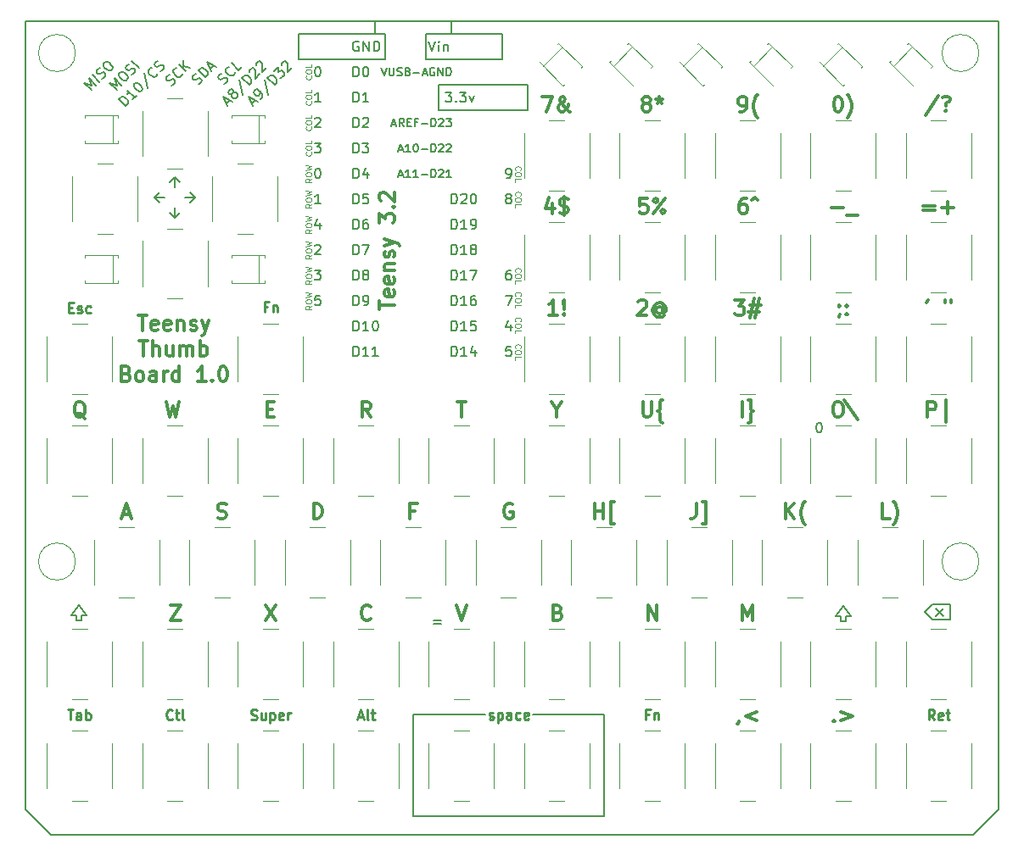
<source format=gbr>
%TF.GenerationSoftware,KiCad,Pcbnew,5.0.1-33cea8e~68~ubuntu16.04.1*%
%TF.CreationDate,2018-11-11T12:10:47-08:00*%
%TF.ProjectId,teensythumbboard,7465656E73797468756D62626F617264,rev?*%
%TF.SameCoordinates,PX68290a0PY463f660*%
%TF.FileFunction,Legend,Top*%
%TF.FilePolarity,Positive*%
%FSLAX46Y46*%
G04 Gerber Fmt 4.6, Leading zero omitted, Abs format (unit mm)*
G04 Created by KiCad (PCBNEW 5.0.1-33cea8e~68~ubuntu16.04.1) date Sun 11 Nov 2018 12:10:47 PM PST*
%MOMM*%
%LPD*%
G01*
G04 APERTURE LIST*
%ADD10C,0.150000*%
%ADD11C,0.300000*%
%ADD12C,0.200000*%
%ADD13C,0.100000*%
%ADD14C,0.120000*%
%ADD15C,0.250000*%
G04 APERTURE END LIST*
D10*
X47625000Y-1270000D02*
X47625000Y-3810000D01*
X40005000Y-1270000D02*
X47625000Y-1270000D01*
X40005000Y-3810000D02*
X40005000Y-1270000D01*
D11*
X11287571Y-29394571D02*
X12144714Y-29394571D01*
X11716142Y-30894571D02*
X11716142Y-29394571D01*
X13216142Y-30823142D02*
X13073285Y-30894571D01*
X12787571Y-30894571D01*
X12644714Y-30823142D01*
X12573285Y-30680285D01*
X12573285Y-30108857D01*
X12644714Y-29966000D01*
X12787571Y-29894571D01*
X13073285Y-29894571D01*
X13216142Y-29966000D01*
X13287571Y-30108857D01*
X13287571Y-30251714D01*
X12573285Y-30394571D01*
X14501857Y-30823142D02*
X14359000Y-30894571D01*
X14073285Y-30894571D01*
X13930428Y-30823142D01*
X13859000Y-30680285D01*
X13859000Y-30108857D01*
X13930428Y-29966000D01*
X14073285Y-29894571D01*
X14359000Y-29894571D01*
X14501857Y-29966000D01*
X14573285Y-30108857D01*
X14573285Y-30251714D01*
X13859000Y-30394571D01*
X15216142Y-29894571D02*
X15216142Y-30894571D01*
X15216142Y-30037428D02*
X15287571Y-29966000D01*
X15430428Y-29894571D01*
X15644714Y-29894571D01*
X15787571Y-29966000D01*
X15859000Y-30108857D01*
X15859000Y-30894571D01*
X16501857Y-30823142D02*
X16644714Y-30894571D01*
X16930428Y-30894571D01*
X17073285Y-30823142D01*
X17144714Y-30680285D01*
X17144714Y-30608857D01*
X17073285Y-30466000D01*
X16930428Y-30394571D01*
X16716142Y-30394571D01*
X16573285Y-30323142D01*
X16501857Y-30180285D01*
X16501857Y-30108857D01*
X16573285Y-29966000D01*
X16716142Y-29894571D01*
X16930428Y-29894571D01*
X17073285Y-29966000D01*
X17644714Y-29894571D02*
X18001857Y-30894571D01*
X18359000Y-29894571D02*
X18001857Y-30894571D01*
X17859000Y-31251714D01*
X17787571Y-31323142D01*
X17644714Y-31394571D01*
X11394714Y-31944571D02*
X12251857Y-31944571D01*
X11823285Y-33444571D02*
X11823285Y-31944571D01*
X12751857Y-33444571D02*
X12751857Y-31944571D01*
X13394714Y-33444571D02*
X13394714Y-32658857D01*
X13323285Y-32516000D01*
X13180428Y-32444571D01*
X12966142Y-32444571D01*
X12823285Y-32516000D01*
X12751857Y-32587428D01*
X14751857Y-32444571D02*
X14751857Y-33444571D01*
X14109000Y-32444571D02*
X14109000Y-33230285D01*
X14180428Y-33373142D01*
X14323285Y-33444571D01*
X14537571Y-33444571D01*
X14680428Y-33373142D01*
X14751857Y-33301714D01*
X15466142Y-33444571D02*
X15466142Y-32444571D01*
X15466142Y-32587428D02*
X15537571Y-32516000D01*
X15680428Y-32444571D01*
X15894714Y-32444571D01*
X16037571Y-32516000D01*
X16109000Y-32658857D01*
X16109000Y-33444571D01*
X16109000Y-32658857D02*
X16180428Y-32516000D01*
X16323285Y-32444571D01*
X16537571Y-32444571D01*
X16680428Y-32516000D01*
X16751857Y-32658857D01*
X16751857Y-33444571D01*
X17466142Y-33444571D02*
X17466142Y-31944571D01*
X17466142Y-32516000D02*
X17609000Y-32444571D01*
X17894714Y-32444571D01*
X18037571Y-32516000D01*
X18109000Y-32587428D01*
X18180428Y-32730285D01*
X18180428Y-33158857D01*
X18109000Y-33301714D01*
X18037571Y-33373142D01*
X17894714Y-33444571D01*
X17609000Y-33444571D01*
X17466142Y-33373142D01*
X10109000Y-35208857D02*
X10323285Y-35280285D01*
X10394714Y-35351714D01*
X10466142Y-35494571D01*
X10466142Y-35708857D01*
X10394714Y-35851714D01*
X10323285Y-35923142D01*
X10180428Y-35994571D01*
X9609000Y-35994571D01*
X9609000Y-34494571D01*
X10109000Y-34494571D01*
X10251857Y-34566000D01*
X10323285Y-34637428D01*
X10394714Y-34780285D01*
X10394714Y-34923142D01*
X10323285Y-35066000D01*
X10251857Y-35137428D01*
X10109000Y-35208857D01*
X9609000Y-35208857D01*
X11323285Y-35994571D02*
X11180428Y-35923142D01*
X11109000Y-35851714D01*
X11037571Y-35708857D01*
X11037571Y-35280285D01*
X11109000Y-35137428D01*
X11180428Y-35066000D01*
X11323285Y-34994571D01*
X11537571Y-34994571D01*
X11680428Y-35066000D01*
X11751857Y-35137428D01*
X11823285Y-35280285D01*
X11823285Y-35708857D01*
X11751857Y-35851714D01*
X11680428Y-35923142D01*
X11537571Y-35994571D01*
X11323285Y-35994571D01*
X13109000Y-35994571D02*
X13109000Y-35208857D01*
X13037571Y-35066000D01*
X12894714Y-34994571D01*
X12609000Y-34994571D01*
X12466142Y-35066000D01*
X13109000Y-35923142D02*
X12966142Y-35994571D01*
X12609000Y-35994571D01*
X12466142Y-35923142D01*
X12394714Y-35780285D01*
X12394714Y-35637428D01*
X12466142Y-35494571D01*
X12609000Y-35423142D01*
X12966142Y-35423142D01*
X13109000Y-35351714D01*
X13823285Y-35994571D02*
X13823285Y-34994571D01*
X13823285Y-35280285D02*
X13894714Y-35137428D01*
X13966142Y-35066000D01*
X14109000Y-34994571D01*
X14251857Y-34994571D01*
X15394714Y-35994571D02*
X15394714Y-34494571D01*
X15394714Y-35923142D02*
X15251857Y-35994571D01*
X14966142Y-35994571D01*
X14823285Y-35923142D01*
X14751857Y-35851714D01*
X14680428Y-35708857D01*
X14680428Y-35280285D01*
X14751857Y-35137428D01*
X14823285Y-35066000D01*
X14966142Y-34994571D01*
X15251857Y-34994571D01*
X15394714Y-35066000D01*
X18037571Y-35994571D02*
X17180428Y-35994571D01*
X17609000Y-35994571D02*
X17609000Y-34494571D01*
X17466142Y-34708857D01*
X17323285Y-34851714D01*
X17180428Y-34923142D01*
X18680428Y-35851714D02*
X18751857Y-35923142D01*
X18680428Y-35994571D01*
X18609000Y-35923142D01*
X18680428Y-35851714D01*
X18680428Y-35994571D01*
X19680428Y-34494571D02*
X19823285Y-34494571D01*
X19966142Y-34566000D01*
X20037571Y-34637428D01*
X20109000Y-34780285D01*
X20180428Y-35066000D01*
X20180428Y-35423142D01*
X20109000Y-35708857D01*
X20037571Y-35851714D01*
X19966142Y-35923142D01*
X19823285Y-35994571D01*
X19680428Y-35994571D01*
X19537571Y-35923142D01*
X19466142Y-35851714D01*
X19394714Y-35708857D01*
X19323285Y-35423142D01*
X19323285Y-35066000D01*
X19394714Y-34780285D01*
X19466142Y-34637428D01*
X19537571Y-34566000D01*
X19680428Y-34494571D01*
D10*
X40005000Y-3810000D02*
X47625000Y-3810000D01*
X35941000Y-1270000D02*
X29845000Y-1270000D01*
X35941000Y-3810000D02*
X35941000Y-1270000D01*
X27305000Y-3810000D02*
X35941000Y-3810000D01*
X27305000Y-1270000D02*
X27305000Y-3810000D01*
X29845000Y-1270000D02*
X27305000Y-1270000D01*
D12*
X6600263Y-6866499D02*
X5893156Y-6159393D01*
X6633935Y-6428767D01*
X6364561Y-5687988D01*
X7071667Y-6395095D01*
X7408385Y-6058377D02*
X6701278Y-5351271D01*
X7677759Y-5721660D02*
X7812446Y-5654316D01*
X7980805Y-5485958D01*
X8014476Y-5384942D01*
X8014476Y-5317599D01*
X7980805Y-5216584D01*
X7913461Y-5149240D01*
X7812446Y-5115568D01*
X7745102Y-5115568D01*
X7644087Y-5149240D01*
X7475728Y-5250255D01*
X7374713Y-5283927D01*
X7307370Y-5283927D01*
X7206354Y-5250255D01*
X7139011Y-5182912D01*
X7105339Y-5081897D01*
X7105339Y-5014553D01*
X7139011Y-4913538D01*
X7307370Y-4745179D01*
X7442057Y-4677836D01*
X7846118Y-4206431D02*
X7980805Y-4071744D01*
X8081820Y-4038072D01*
X8216507Y-4038072D01*
X8384866Y-4139088D01*
X8620568Y-4374790D01*
X8721583Y-4543149D01*
X8721583Y-4677836D01*
X8687911Y-4778851D01*
X8553224Y-4913538D01*
X8452209Y-4947210D01*
X8317522Y-4947210D01*
X8149163Y-4846194D01*
X7913461Y-4610492D01*
X7812446Y-4442133D01*
X7812446Y-4307446D01*
X7846118Y-4206431D01*
D10*
X50165000Y-8890000D02*
X50165000Y-6350000D01*
X41275000Y-8890000D02*
X50165000Y-8890000D01*
X41275000Y-6350000D02*
X41275000Y-8890000D01*
X50165000Y-6350000D02*
X41275000Y-6350000D01*
D12*
X40272142Y-1992380D02*
X40605476Y-2992380D01*
X40938809Y-1992380D01*
X41272142Y-2992380D02*
X41272142Y-2325714D01*
X41272142Y-1992380D02*
X41224523Y-2040000D01*
X41272142Y-2087619D01*
X41319761Y-2040000D01*
X41272142Y-1992380D01*
X41272142Y-2087619D01*
X41748333Y-2325714D02*
X41748333Y-2992380D01*
X41748333Y-2420952D02*
X41795952Y-2373333D01*
X41891190Y-2325714D01*
X42034047Y-2325714D01*
X42129285Y-2373333D01*
X42176904Y-2468571D01*
X42176904Y-2992380D01*
X35545190Y-4641904D02*
X35811857Y-5441904D01*
X36078523Y-4641904D01*
X36345190Y-4641904D02*
X36345190Y-5289523D01*
X36383285Y-5365714D01*
X36421380Y-5403809D01*
X36497571Y-5441904D01*
X36649952Y-5441904D01*
X36726142Y-5403809D01*
X36764238Y-5365714D01*
X36802333Y-5289523D01*
X36802333Y-4641904D01*
X37145190Y-5403809D02*
X37259476Y-5441904D01*
X37449952Y-5441904D01*
X37526142Y-5403809D01*
X37564238Y-5365714D01*
X37602333Y-5289523D01*
X37602333Y-5213333D01*
X37564238Y-5137142D01*
X37526142Y-5099047D01*
X37449952Y-5060952D01*
X37297571Y-5022857D01*
X37221380Y-4984761D01*
X37183285Y-4946666D01*
X37145190Y-4870476D01*
X37145190Y-4794285D01*
X37183285Y-4718095D01*
X37221380Y-4680000D01*
X37297571Y-4641904D01*
X37488047Y-4641904D01*
X37602333Y-4680000D01*
X38211857Y-5022857D02*
X38326142Y-5060952D01*
X38364238Y-5099047D01*
X38402333Y-5175238D01*
X38402333Y-5289523D01*
X38364238Y-5365714D01*
X38326142Y-5403809D01*
X38249952Y-5441904D01*
X37945190Y-5441904D01*
X37945190Y-4641904D01*
X38211857Y-4641904D01*
X38288047Y-4680000D01*
X38326142Y-4718095D01*
X38364238Y-4794285D01*
X38364238Y-4870476D01*
X38326142Y-4946666D01*
X38288047Y-4984761D01*
X38211857Y-5022857D01*
X37945190Y-5022857D01*
X38745190Y-5137142D02*
X39354714Y-5137142D01*
X39697571Y-5213333D02*
X40078523Y-5213333D01*
X39621380Y-5441904D02*
X39888047Y-4641904D01*
X40154714Y-5441904D01*
X40840428Y-4680000D02*
X40764238Y-4641904D01*
X40649952Y-4641904D01*
X40535666Y-4680000D01*
X40459476Y-4756190D01*
X40421380Y-4832380D01*
X40383285Y-4984761D01*
X40383285Y-5099047D01*
X40421380Y-5251428D01*
X40459476Y-5327619D01*
X40535666Y-5403809D01*
X40649952Y-5441904D01*
X40726142Y-5441904D01*
X40840428Y-5403809D01*
X40878523Y-5365714D01*
X40878523Y-5099047D01*
X40726142Y-5099047D01*
X41221380Y-5441904D02*
X41221380Y-4641904D01*
X41678523Y-5441904D01*
X41678523Y-4641904D01*
X42059476Y-5441904D02*
X42059476Y-4641904D01*
X42249952Y-4641904D01*
X42364238Y-4680000D01*
X42440428Y-4756190D01*
X42478523Y-4832380D01*
X42516619Y-4984761D01*
X42516619Y-5099047D01*
X42478523Y-5251428D01*
X42440428Y-5327619D01*
X42364238Y-5403809D01*
X42249952Y-5441904D01*
X42059476Y-5441904D01*
X41955000Y-7072380D02*
X42574047Y-7072380D01*
X42240714Y-7453333D01*
X42383571Y-7453333D01*
X42478809Y-7500952D01*
X42526428Y-7548571D01*
X42574047Y-7643809D01*
X42574047Y-7881904D01*
X42526428Y-7977142D01*
X42478809Y-8024761D01*
X42383571Y-8072380D01*
X42097857Y-8072380D01*
X42002619Y-8024761D01*
X41955000Y-7977142D01*
X43002619Y-7977142D02*
X43050238Y-8024761D01*
X43002619Y-8072380D01*
X42955000Y-8024761D01*
X43002619Y-7977142D01*
X43002619Y-8072380D01*
X43383571Y-7072380D02*
X44002619Y-7072380D01*
X43669285Y-7453333D01*
X43812142Y-7453333D01*
X43907380Y-7500952D01*
X43955000Y-7548571D01*
X44002619Y-7643809D01*
X44002619Y-7881904D01*
X43955000Y-7977142D01*
X43907380Y-8024761D01*
X43812142Y-8072380D01*
X43526428Y-8072380D01*
X43431190Y-8024761D01*
X43383571Y-7977142D01*
X44335952Y-7405714D02*
X44574047Y-8072380D01*
X44812142Y-7405714D01*
X36611857Y-10293333D02*
X36992809Y-10293333D01*
X36535666Y-10521904D02*
X36802333Y-9721904D01*
X37069000Y-10521904D01*
X37792809Y-10521904D02*
X37526142Y-10140952D01*
X37335666Y-10521904D02*
X37335666Y-9721904D01*
X37640428Y-9721904D01*
X37716619Y-9760000D01*
X37754714Y-9798095D01*
X37792809Y-9874285D01*
X37792809Y-9988571D01*
X37754714Y-10064761D01*
X37716619Y-10102857D01*
X37640428Y-10140952D01*
X37335666Y-10140952D01*
X38135666Y-10102857D02*
X38402333Y-10102857D01*
X38516619Y-10521904D02*
X38135666Y-10521904D01*
X38135666Y-9721904D01*
X38516619Y-9721904D01*
X39126142Y-10102857D02*
X38859476Y-10102857D01*
X38859476Y-10521904D02*
X38859476Y-9721904D01*
X39240428Y-9721904D01*
X39545190Y-10217142D02*
X40154714Y-10217142D01*
X40535666Y-10521904D02*
X40535666Y-9721904D01*
X40726142Y-9721904D01*
X40840428Y-9760000D01*
X40916619Y-9836190D01*
X40954714Y-9912380D01*
X40992809Y-10064761D01*
X40992809Y-10179047D01*
X40954714Y-10331428D01*
X40916619Y-10407619D01*
X40840428Y-10483809D01*
X40726142Y-10521904D01*
X40535666Y-10521904D01*
X41297571Y-9798095D02*
X41335666Y-9760000D01*
X41411857Y-9721904D01*
X41602333Y-9721904D01*
X41678523Y-9760000D01*
X41716619Y-9798095D01*
X41754714Y-9874285D01*
X41754714Y-9950476D01*
X41716619Y-10064761D01*
X41259476Y-10521904D01*
X41754714Y-10521904D01*
X42021380Y-9721904D02*
X42516619Y-9721904D01*
X42249952Y-10026666D01*
X42364238Y-10026666D01*
X42440428Y-10064761D01*
X42478523Y-10102857D01*
X42516619Y-10179047D01*
X42516619Y-10369523D01*
X42478523Y-10445714D01*
X42440428Y-10483809D01*
X42364238Y-10521904D01*
X42135666Y-10521904D01*
X42059476Y-10483809D01*
X42021380Y-10445714D01*
X37297571Y-12833333D02*
X37678523Y-12833333D01*
X37221380Y-13061904D02*
X37488047Y-12261904D01*
X37754714Y-13061904D01*
X38440428Y-13061904D02*
X37983285Y-13061904D01*
X38211857Y-13061904D02*
X38211857Y-12261904D01*
X38135666Y-12376190D01*
X38059476Y-12452380D01*
X37983285Y-12490476D01*
X38935666Y-12261904D02*
X39011857Y-12261904D01*
X39088047Y-12300000D01*
X39126142Y-12338095D01*
X39164238Y-12414285D01*
X39202333Y-12566666D01*
X39202333Y-12757142D01*
X39164238Y-12909523D01*
X39126142Y-12985714D01*
X39088047Y-13023809D01*
X39011857Y-13061904D01*
X38935666Y-13061904D01*
X38859476Y-13023809D01*
X38821380Y-12985714D01*
X38783285Y-12909523D01*
X38745190Y-12757142D01*
X38745190Y-12566666D01*
X38783285Y-12414285D01*
X38821380Y-12338095D01*
X38859476Y-12300000D01*
X38935666Y-12261904D01*
X39545190Y-12757142D02*
X40154714Y-12757142D01*
X40535666Y-13061904D02*
X40535666Y-12261904D01*
X40726142Y-12261904D01*
X40840428Y-12300000D01*
X40916619Y-12376190D01*
X40954714Y-12452380D01*
X40992809Y-12604761D01*
X40992809Y-12719047D01*
X40954714Y-12871428D01*
X40916619Y-12947619D01*
X40840428Y-13023809D01*
X40726142Y-13061904D01*
X40535666Y-13061904D01*
X41297571Y-12338095D02*
X41335666Y-12300000D01*
X41411857Y-12261904D01*
X41602333Y-12261904D01*
X41678523Y-12300000D01*
X41716619Y-12338095D01*
X41754714Y-12414285D01*
X41754714Y-12490476D01*
X41716619Y-12604761D01*
X41259476Y-13061904D01*
X41754714Y-13061904D01*
X42059476Y-12338095D02*
X42097571Y-12300000D01*
X42173761Y-12261904D01*
X42364238Y-12261904D01*
X42440428Y-12300000D01*
X42478523Y-12338095D01*
X42516619Y-12414285D01*
X42516619Y-12490476D01*
X42478523Y-12604761D01*
X42021380Y-13061904D01*
X42516619Y-13061904D01*
X37297571Y-15373333D02*
X37678523Y-15373333D01*
X37221380Y-15601904D02*
X37488047Y-14801904D01*
X37754714Y-15601904D01*
X38440428Y-15601904D02*
X37983285Y-15601904D01*
X38211857Y-15601904D02*
X38211857Y-14801904D01*
X38135666Y-14916190D01*
X38059476Y-14992380D01*
X37983285Y-15030476D01*
X39202333Y-15601904D02*
X38745190Y-15601904D01*
X38973761Y-15601904D02*
X38973761Y-14801904D01*
X38897571Y-14916190D01*
X38821380Y-14992380D01*
X38745190Y-15030476D01*
X39545190Y-15297142D02*
X40154714Y-15297142D01*
X40535666Y-15601904D02*
X40535666Y-14801904D01*
X40726142Y-14801904D01*
X40840428Y-14840000D01*
X40916619Y-14916190D01*
X40954714Y-14992380D01*
X40992809Y-15144761D01*
X40992809Y-15259047D01*
X40954714Y-15411428D01*
X40916619Y-15487619D01*
X40840428Y-15563809D01*
X40726142Y-15601904D01*
X40535666Y-15601904D01*
X41297571Y-14878095D02*
X41335666Y-14840000D01*
X41411857Y-14801904D01*
X41602333Y-14801904D01*
X41678523Y-14840000D01*
X41716619Y-14878095D01*
X41754714Y-14954285D01*
X41754714Y-15030476D01*
X41716619Y-15144761D01*
X41259476Y-15601904D01*
X41754714Y-15601904D01*
X42516619Y-15601904D02*
X42059476Y-15601904D01*
X42288047Y-15601904D02*
X42288047Y-14801904D01*
X42211857Y-14916190D01*
X42135666Y-14992380D01*
X42059476Y-15030476D01*
X42542333Y-18232380D02*
X42542333Y-17232380D01*
X42780428Y-17232380D01*
X42923285Y-17280000D01*
X43018523Y-17375238D01*
X43066142Y-17470476D01*
X43113761Y-17660952D01*
X43113761Y-17803809D01*
X43066142Y-17994285D01*
X43018523Y-18089523D01*
X42923285Y-18184761D01*
X42780428Y-18232380D01*
X42542333Y-18232380D01*
X43494714Y-17327619D02*
X43542333Y-17280000D01*
X43637571Y-17232380D01*
X43875666Y-17232380D01*
X43970904Y-17280000D01*
X44018523Y-17327619D01*
X44066142Y-17422857D01*
X44066142Y-17518095D01*
X44018523Y-17660952D01*
X43447095Y-18232380D01*
X44066142Y-18232380D01*
X44685190Y-17232380D02*
X44780428Y-17232380D01*
X44875666Y-17280000D01*
X44923285Y-17327619D01*
X44970904Y-17422857D01*
X45018523Y-17613333D01*
X45018523Y-17851428D01*
X44970904Y-18041904D01*
X44923285Y-18137142D01*
X44875666Y-18184761D01*
X44780428Y-18232380D01*
X44685190Y-18232380D01*
X44589952Y-18184761D01*
X44542333Y-18137142D01*
X44494714Y-18041904D01*
X44447095Y-17851428D01*
X44447095Y-17613333D01*
X44494714Y-17422857D01*
X44542333Y-17327619D01*
X44589952Y-17280000D01*
X44685190Y-17232380D01*
X42542333Y-20772380D02*
X42542333Y-19772380D01*
X42780428Y-19772380D01*
X42923285Y-19820000D01*
X43018523Y-19915238D01*
X43066142Y-20010476D01*
X43113761Y-20200952D01*
X43113761Y-20343809D01*
X43066142Y-20534285D01*
X43018523Y-20629523D01*
X42923285Y-20724761D01*
X42780428Y-20772380D01*
X42542333Y-20772380D01*
X44066142Y-20772380D02*
X43494714Y-20772380D01*
X43780428Y-20772380D02*
X43780428Y-19772380D01*
X43685190Y-19915238D01*
X43589952Y-20010476D01*
X43494714Y-20058095D01*
X44542333Y-20772380D02*
X44732809Y-20772380D01*
X44828047Y-20724761D01*
X44875666Y-20677142D01*
X44970904Y-20534285D01*
X45018523Y-20343809D01*
X45018523Y-19962857D01*
X44970904Y-19867619D01*
X44923285Y-19820000D01*
X44828047Y-19772380D01*
X44637571Y-19772380D01*
X44542333Y-19820000D01*
X44494714Y-19867619D01*
X44447095Y-19962857D01*
X44447095Y-20200952D01*
X44494714Y-20296190D01*
X44542333Y-20343809D01*
X44637571Y-20391428D01*
X44828047Y-20391428D01*
X44923285Y-20343809D01*
X44970904Y-20296190D01*
X45018523Y-20200952D01*
X42542333Y-23312380D02*
X42542333Y-22312380D01*
X42780428Y-22312380D01*
X42923285Y-22360000D01*
X43018523Y-22455238D01*
X43066142Y-22550476D01*
X43113761Y-22740952D01*
X43113761Y-22883809D01*
X43066142Y-23074285D01*
X43018523Y-23169523D01*
X42923285Y-23264761D01*
X42780428Y-23312380D01*
X42542333Y-23312380D01*
X44066142Y-23312380D02*
X43494714Y-23312380D01*
X43780428Y-23312380D02*
X43780428Y-22312380D01*
X43685190Y-22455238D01*
X43589952Y-22550476D01*
X43494714Y-22598095D01*
X44637571Y-22740952D02*
X44542333Y-22693333D01*
X44494714Y-22645714D01*
X44447095Y-22550476D01*
X44447095Y-22502857D01*
X44494714Y-22407619D01*
X44542333Y-22360000D01*
X44637571Y-22312380D01*
X44828047Y-22312380D01*
X44923285Y-22360000D01*
X44970904Y-22407619D01*
X45018523Y-22502857D01*
X45018523Y-22550476D01*
X44970904Y-22645714D01*
X44923285Y-22693333D01*
X44828047Y-22740952D01*
X44637571Y-22740952D01*
X44542333Y-22788571D01*
X44494714Y-22836190D01*
X44447095Y-22931428D01*
X44447095Y-23121904D01*
X44494714Y-23217142D01*
X44542333Y-23264761D01*
X44637571Y-23312380D01*
X44828047Y-23312380D01*
X44923285Y-23264761D01*
X44970904Y-23217142D01*
X45018523Y-23121904D01*
X45018523Y-22931428D01*
X44970904Y-22836190D01*
X44923285Y-22788571D01*
X44828047Y-22740952D01*
X42542333Y-25852380D02*
X42542333Y-24852380D01*
X42780428Y-24852380D01*
X42923285Y-24900000D01*
X43018523Y-24995238D01*
X43066142Y-25090476D01*
X43113761Y-25280952D01*
X43113761Y-25423809D01*
X43066142Y-25614285D01*
X43018523Y-25709523D01*
X42923285Y-25804761D01*
X42780428Y-25852380D01*
X42542333Y-25852380D01*
X44066142Y-25852380D02*
X43494714Y-25852380D01*
X43780428Y-25852380D02*
X43780428Y-24852380D01*
X43685190Y-24995238D01*
X43589952Y-25090476D01*
X43494714Y-25138095D01*
X44399476Y-24852380D02*
X45066142Y-24852380D01*
X44637571Y-25852380D01*
X42542333Y-28392380D02*
X42542333Y-27392380D01*
X42780428Y-27392380D01*
X42923285Y-27440000D01*
X43018523Y-27535238D01*
X43066142Y-27630476D01*
X43113761Y-27820952D01*
X43113761Y-27963809D01*
X43066142Y-28154285D01*
X43018523Y-28249523D01*
X42923285Y-28344761D01*
X42780428Y-28392380D01*
X42542333Y-28392380D01*
X44066142Y-28392380D02*
X43494714Y-28392380D01*
X43780428Y-28392380D02*
X43780428Y-27392380D01*
X43685190Y-27535238D01*
X43589952Y-27630476D01*
X43494714Y-27678095D01*
X44923285Y-27392380D02*
X44732809Y-27392380D01*
X44637571Y-27440000D01*
X44589952Y-27487619D01*
X44494714Y-27630476D01*
X44447095Y-27820952D01*
X44447095Y-28201904D01*
X44494714Y-28297142D01*
X44542333Y-28344761D01*
X44637571Y-28392380D01*
X44828047Y-28392380D01*
X44923285Y-28344761D01*
X44970904Y-28297142D01*
X45018523Y-28201904D01*
X45018523Y-27963809D01*
X44970904Y-27868571D01*
X44923285Y-27820952D01*
X44828047Y-27773333D01*
X44637571Y-27773333D01*
X44542333Y-27820952D01*
X44494714Y-27868571D01*
X44447095Y-27963809D01*
X42542333Y-30932380D02*
X42542333Y-29932380D01*
X42780428Y-29932380D01*
X42923285Y-29980000D01*
X43018523Y-30075238D01*
X43066142Y-30170476D01*
X43113761Y-30360952D01*
X43113761Y-30503809D01*
X43066142Y-30694285D01*
X43018523Y-30789523D01*
X42923285Y-30884761D01*
X42780428Y-30932380D01*
X42542333Y-30932380D01*
X44066142Y-30932380D02*
X43494714Y-30932380D01*
X43780428Y-30932380D02*
X43780428Y-29932380D01*
X43685190Y-30075238D01*
X43589952Y-30170476D01*
X43494714Y-30218095D01*
X44970904Y-29932380D02*
X44494714Y-29932380D01*
X44447095Y-30408571D01*
X44494714Y-30360952D01*
X44589952Y-30313333D01*
X44828047Y-30313333D01*
X44923285Y-30360952D01*
X44970904Y-30408571D01*
X45018523Y-30503809D01*
X45018523Y-30741904D01*
X44970904Y-30837142D01*
X44923285Y-30884761D01*
X44828047Y-30932380D01*
X44589952Y-30932380D01*
X44494714Y-30884761D01*
X44447095Y-30837142D01*
X42542333Y-33472380D02*
X42542333Y-32472380D01*
X42780428Y-32472380D01*
X42923285Y-32520000D01*
X43018523Y-32615238D01*
X43066142Y-32710476D01*
X43113761Y-32900952D01*
X43113761Y-33043809D01*
X43066142Y-33234285D01*
X43018523Y-33329523D01*
X42923285Y-33424761D01*
X42780428Y-33472380D01*
X42542333Y-33472380D01*
X44066142Y-33472380D02*
X43494714Y-33472380D01*
X43780428Y-33472380D02*
X43780428Y-32472380D01*
X43685190Y-32615238D01*
X43589952Y-32710476D01*
X43494714Y-32758095D01*
X44923285Y-32805714D02*
X44923285Y-33472380D01*
X44685190Y-32424761D02*
X44447095Y-33139047D01*
X45066142Y-33139047D01*
X32753095Y-10612380D02*
X32753095Y-9612380D01*
X32991190Y-9612380D01*
X33134047Y-9660000D01*
X33229285Y-9755238D01*
X33276904Y-9850476D01*
X33324523Y-10040952D01*
X33324523Y-10183809D01*
X33276904Y-10374285D01*
X33229285Y-10469523D01*
X33134047Y-10564761D01*
X32991190Y-10612380D01*
X32753095Y-10612380D01*
X33705476Y-9707619D02*
X33753095Y-9660000D01*
X33848333Y-9612380D01*
X34086428Y-9612380D01*
X34181666Y-9660000D01*
X34229285Y-9707619D01*
X34276904Y-9802857D01*
X34276904Y-9898095D01*
X34229285Y-10040952D01*
X33657857Y-10612380D01*
X34276904Y-10612380D01*
X32753095Y-13152380D02*
X32753095Y-12152380D01*
X32991190Y-12152380D01*
X33134047Y-12200000D01*
X33229285Y-12295238D01*
X33276904Y-12390476D01*
X33324523Y-12580952D01*
X33324523Y-12723809D01*
X33276904Y-12914285D01*
X33229285Y-13009523D01*
X33134047Y-13104761D01*
X32991190Y-13152380D01*
X32753095Y-13152380D01*
X33657857Y-12152380D02*
X34276904Y-12152380D01*
X33943571Y-12533333D01*
X34086428Y-12533333D01*
X34181666Y-12580952D01*
X34229285Y-12628571D01*
X34276904Y-12723809D01*
X34276904Y-12961904D01*
X34229285Y-13057142D01*
X34181666Y-13104761D01*
X34086428Y-13152380D01*
X33800714Y-13152380D01*
X33705476Y-13104761D01*
X33657857Y-13057142D01*
X32753095Y-15692380D02*
X32753095Y-14692380D01*
X32991190Y-14692380D01*
X33134047Y-14740000D01*
X33229285Y-14835238D01*
X33276904Y-14930476D01*
X33324523Y-15120952D01*
X33324523Y-15263809D01*
X33276904Y-15454285D01*
X33229285Y-15549523D01*
X33134047Y-15644761D01*
X32991190Y-15692380D01*
X32753095Y-15692380D01*
X34181666Y-15025714D02*
X34181666Y-15692380D01*
X33943571Y-14644761D02*
X33705476Y-15359047D01*
X34324523Y-15359047D01*
X32753095Y-18232380D02*
X32753095Y-17232380D01*
X32991190Y-17232380D01*
X33134047Y-17280000D01*
X33229285Y-17375238D01*
X33276904Y-17470476D01*
X33324523Y-17660952D01*
X33324523Y-17803809D01*
X33276904Y-17994285D01*
X33229285Y-18089523D01*
X33134047Y-18184761D01*
X32991190Y-18232380D01*
X32753095Y-18232380D01*
X34229285Y-17232380D02*
X33753095Y-17232380D01*
X33705476Y-17708571D01*
X33753095Y-17660952D01*
X33848333Y-17613333D01*
X34086428Y-17613333D01*
X34181666Y-17660952D01*
X34229285Y-17708571D01*
X34276904Y-17803809D01*
X34276904Y-18041904D01*
X34229285Y-18137142D01*
X34181666Y-18184761D01*
X34086428Y-18232380D01*
X33848333Y-18232380D01*
X33753095Y-18184761D01*
X33705476Y-18137142D01*
X32753095Y-20772380D02*
X32753095Y-19772380D01*
X32991190Y-19772380D01*
X33134047Y-19820000D01*
X33229285Y-19915238D01*
X33276904Y-20010476D01*
X33324523Y-20200952D01*
X33324523Y-20343809D01*
X33276904Y-20534285D01*
X33229285Y-20629523D01*
X33134047Y-20724761D01*
X32991190Y-20772380D01*
X32753095Y-20772380D01*
X34181666Y-19772380D02*
X33991190Y-19772380D01*
X33895952Y-19820000D01*
X33848333Y-19867619D01*
X33753095Y-20010476D01*
X33705476Y-20200952D01*
X33705476Y-20581904D01*
X33753095Y-20677142D01*
X33800714Y-20724761D01*
X33895952Y-20772380D01*
X34086428Y-20772380D01*
X34181666Y-20724761D01*
X34229285Y-20677142D01*
X34276904Y-20581904D01*
X34276904Y-20343809D01*
X34229285Y-20248571D01*
X34181666Y-20200952D01*
X34086428Y-20153333D01*
X33895952Y-20153333D01*
X33800714Y-20200952D01*
X33753095Y-20248571D01*
X33705476Y-20343809D01*
X32753095Y-23312380D02*
X32753095Y-22312380D01*
X32991190Y-22312380D01*
X33134047Y-22360000D01*
X33229285Y-22455238D01*
X33276904Y-22550476D01*
X33324523Y-22740952D01*
X33324523Y-22883809D01*
X33276904Y-23074285D01*
X33229285Y-23169523D01*
X33134047Y-23264761D01*
X32991190Y-23312380D01*
X32753095Y-23312380D01*
X33657857Y-22312380D02*
X34324523Y-22312380D01*
X33895952Y-23312380D01*
X32753095Y-25852380D02*
X32753095Y-24852380D01*
X32991190Y-24852380D01*
X33134047Y-24900000D01*
X33229285Y-24995238D01*
X33276904Y-25090476D01*
X33324523Y-25280952D01*
X33324523Y-25423809D01*
X33276904Y-25614285D01*
X33229285Y-25709523D01*
X33134047Y-25804761D01*
X32991190Y-25852380D01*
X32753095Y-25852380D01*
X33895952Y-25280952D02*
X33800714Y-25233333D01*
X33753095Y-25185714D01*
X33705476Y-25090476D01*
X33705476Y-25042857D01*
X33753095Y-24947619D01*
X33800714Y-24900000D01*
X33895952Y-24852380D01*
X34086428Y-24852380D01*
X34181666Y-24900000D01*
X34229285Y-24947619D01*
X34276904Y-25042857D01*
X34276904Y-25090476D01*
X34229285Y-25185714D01*
X34181666Y-25233333D01*
X34086428Y-25280952D01*
X33895952Y-25280952D01*
X33800714Y-25328571D01*
X33753095Y-25376190D01*
X33705476Y-25471428D01*
X33705476Y-25661904D01*
X33753095Y-25757142D01*
X33800714Y-25804761D01*
X33895952Y-25852380D01*
X34086428Y-25852380D01*
X34181666Y-25804761D01*
X34229285Y-25757142D01*
X34276904Y-25661904D01*
X34276904Y-25471428D01*
X34229285Y-25376190D01*
X34181666Y-25328571D01*
X34086428Y-25280952D01*
X32753095Y-28392380D02*
X32753095Y-27392380D01*
X32991190Y-27392380D01*
X33134047Y-27440000D01*
X33229285Y-27535238D01*
X33276904Y-27630476D01*
X33324523Y-27820952D01*
X33324523Y-27963809D01*
X33276904Y-28154285D01*
X33229285Y-28249523D01*
X33134047Y-28344761D01*
X32991190Y-28392380D01*
X32753095Y-28392380D01*
X33800714Y-28392380D02*
X33991190Y-28392380D01*
X34086428Y-28344761D01*
X34134047Y-28297142D01*
X34229285Y-28154285D01*
X34276904Y-27963809D01*
X34276904Y-27582857D01*
X34229285Y-27487619D01*
X34181666Y-27440000D01*
X34086428Y-27392380D01*
X33895952Y-27392380D01*
X33800714Y-27440000D01*
X33753095Y-27487619D01*
X33705476Y-27582857D01*
X33705476Y-27820952D01*
X33753095Y-27916190D01*
X33800714Y-27963809D01*
X33895952Y-28011428D01*
X34086428Y-28011428D01*
X34181666Y-27963809D01*
X34229285Y-27916190D01*
X34276904Y-27820952D01*
X32753095Y-33472380D02*
X32753095Y-32472380D01*
X32991190Y-32472380D01*
X33134047Y-32520000D01*
X33229285Y-32615238D01*
X33276904Y-32710476D01*
X33324523Y-32900952D01*
X33324523Y-33043809D01*
X33276904Y-33234285D01*
X33229285Y-33329523D01*
X33134047Y-33424761D01*
X32991190Y-33472380D01*
X32753095Y-33472380D01*
X34276904Y-33472380D02*
X33705476Y-33472380D01*
X33991190Y-33472380D02*
X33991190Y-32472380D01*
X33895952Y-32615238D01*
X33800714Y-32710476D01*
X33705476Y-32758095D01*
X35229285Y-33472380D02*
X34657857Y-33472380D01*
X34943571Y-33472380D02*
X34943571Y-32472380D01*
X34848333Y-32615238D01*
X34753095Y-32710476D01*
X34657857Y-32758095D01*
X32753095Y-30932380D02*
X32753095Y-29932380D01*
X32991190Y-29932380D01*
X33134047Y-29980000D01*
X33229285Y-30075238D01*
X33276904Y-30170476D01*
X33324523Y-30360952D01*
X33324523Y-30503809D01*
X33276904Y-30694285D01*
X33229285Y-30789523D01*
X33134047Y-30884761D01*
X32991190Y-30932380D01*
X32753095Y-30932380D01*
X34276904Y-30932380D02*
X33705476Y-30932380D01*
X33991190Y-30932380D02*
X33991190Y-29932380D01*
X33895952Y-30075238D01*
X33800714Y-30170476D01*
X33705476Y-30218095D01*
X34895952Y-29932380D02*
X34991190Y-29932380D01*
X35086428Y-29980000D01*
X35134047Y-30027619D01*
X35181666Y-30122857D01*
X35229285Y-30313333D01*
X35229285Y-30551428D01*
X35181666Y-30741904D01*
X35134047Y-30837142D01*
X35086428Y-30884761D01*
X34991190Y-30932380D01*
X34895952Y-30932380D01*
X34800714Y-30884761D01*
X34753095Y-30837142D01*
X34705476Y-30741904D01*
X34657857Y-30551428D01*
X34657857Y-30313333D01*
X34705476Y-30122857D01*
X34753095Y-30027619D01*
X34800714Y-29980000D01*
X34895952Y-29932380D01*
X32753095Y-8072380D02*
X32753095Y-7072380D01*
X32991190Y-7072380D01*
X33134047Y-7120000D01*
X33229285Y-7215238D01*
X33276904Y-7310476D01*
X33324523Y-7500952D01*
X33324523Y-7643809D01*
X33276904Y-7834285D01*
X33229285Y-7929523D01*
X33134047Y-8024761D01*
X32991190Y-8072380D01*
X32753095Y-8072380D01*
X34276904Y-8072380D02*
X33705476Y-8072380D01*
X33991190Y-8072380D02*
X33991190Y-7072380D01*
X33895952Y-7215238D01*
X33800714Y-7310476D01*
X33705476Y-7358095D01*
X32753095Y-5532380D02*
X32753095Y-4532380D01*
X32991190Y-4532380D01*
X33134047Y-4580000D01*
X33229285Y-4675238D01*
X33276904Y-4770476D01*
X33324523Y-4960952D01*
X33324523Y-5103809D01*
X33276904Y-5294285D01*
X33229285Y-5389523D01*
X33134047Y-5484761D01*
X32991190Y-5532380D01*
X32753095Y-5532380D01*
X33943571Y-4532380D02*
X34038809Y-4532380D01*
X34134047Y-4580000D01*
X34181666Y-4627619D01*
X34229285Y-4722857D01*
X34276904Y-4913333D01*
X34276904Y-5151428D01*
X34229285Y-5341904D01*
X34181666Y-5437142D01*
X34134047Y-5484761D01*
X34038809Y-5532380D01*
X33943571Y-5532380D01*
X33848333Y-5484761D01*
X33800714Y-5437142D01*
X33753095Y-5341904D01*
X33705476Y-5151428D01*
X33705476Y-4913333D01*
X33753095Y-4722857D01*
X33800714Y-4627619D01*
X33848333Y-4580000D01*
X33943571Y-4532380D01*
X33276904Y-2040000D02*
X33181666Y-1992380D01*
X33038809Y-1992380D01*
X32895952Y-2040000D01*
X32800714Y-2135238D01*
X32753095Y-2230476D01*
X32705476Y-2420952D01*
X32705476Y-2563809D01*
X32753095Y-2754285D01*
X32800714Y-2849523D01*
X32895952Y-2944761D01*
X33038809Y-2992380D01*
X33134047Y-2992380D01*
X33276904Y-2944761D01*
X33324523Y-2897142D01*
X33324523Y-2563809D01*
X33134047Y-2563809D01*
X33753095Y-2992380D02*
X33753095Y-1992380D01*
X34324523Y-2992380D01*
X34324523Y-1992380D01*
X34800714Y-2992380D02*
X34800714Y-1992380D01*
X35038809Y-1992380D01*
X35181666Y-2040000D01*
X35276904Y-2135238D01*
X35324523Y-2230476D01*
X35372142Y-2420952D01*
X35372142Y-2563809D01*
X35324523Y-2754285D01*
X35276904Y-2849523D01*
X35181666Y-2944761D01*
X35038809Y-2992380D01*
X34800714Y-2992380D01*
X9140263Y-6866499D02*
X8433156Y-6159393D01*
X9173935Y-6428767D01*
X8904561Y-5687988D01*
X9611667Y-6395095D01*
X9375965Y-5216584D02*
X9510652Y-5081897D01*
X9611667Y-5048225D01*
X9746354Y-5048225D01*
X9914713Y-5149240D01*
X10150415Y-5384942D01*
X10251431Y-5553301D01*
X10251431Y-5687988D01*
X10217759Y-5789003D01*
X10083072Y-5923690D01*
X9982057Y-5957362D01*
X9847370Y-5957362D01*
X9679011Y-5856347D01*
X9443309Y-5620645D01*
X9342293Y-5452286D01*
X9342293Y-5317599D01*
X9375965Y-5216584D01*
X10621820Y-5317599D02*
X10756507Y-5250255D01*
X10924866Y-5081897D01*
X10958537Y-4980881D01*
X10958537Y-4913538D01*
X10924866Y-4812523D01*
X10857522Y-4745179D01*
X10756507Y-4711507D01*
X10689163Y-4711507D01*
X10588148Y-4745179D01*
X10419789Y-4846194D01*
X10318774Y-4879866D01*
X10251431Y-4879866D01*
X10150415Y-4846194D01*
X10083072Y-4778851D01*
X10049400Y-4677836D01*
X10049400Y-4610492D01*
X10083072Y-4509477D01*
X10251431Y-4341118D01*
X10386118Y-4273775D01*
X11362599Y-4644164D02*
X10655492Y-3937057D01*
X10064019Y-8482743D02*
X9356912Y-7775637D01*
X9525271Y-7607278D01*
X9659958Y-7539934D01*
X9794645Y-7539934D01*
X9895660Y-7573606D01*
X10064019Y-7674621D01*
X10165034Y-7775637D01*
X10266049Y-7943995D01*
X10299721Y-8045011D01*
X10299721Y-8179698D01*
X10232378Y-8314385D01*
X10064019Y-8482743D01*
X11141515Y-7405247D02*
X10737454Y-7809308D01*
X10939484Y-7607278D02*
X10232378Y-6900171D01*
X10266049Y-7068530D01*
X10266049Y-7203217D01*
X10232378Y-7304232D01*
X10872141Y-6260408D02*
X10939484Y-6193064D01*
X11040500Y-6159393D01*
X11107843Y-6159393D01*
X11208858Y-6193064D01*
X11377217Y-6294080D01*
X11545576Y-6462438D01*
X11646591Y-6630797D01*
X11680263Y-6731812D01*
X11680263Y-6799156D01*
X11646591Y-6900171D01*
X11579248Y-6967515D01*
X11478232Y-7001186D01*
X11410889Y-7001186D01*
X11309874Y-6967515D01*
X11141515Y-6866499D01*
X10973156Y-6698141D01*
X10872141Y-6529782D01*
X10838469Y-6428767D01*
X10838469Y-6361423D01*
X10872141Y-6260408D01*
X11882293Y-5182912D02*
X12185339Y-6698141D01*
X13195492Y-5216584D02*
X13195492Y-5283927D01*
X13128148Y-5418614D01*
X13060805Y-5485958D01*
X12926118Y-5553301D01*
X12791431Y-5553301D01*
X12690415Y-5519629D01*
X12522057Y-5418614D01*
X12421041Y-5317599D01*
X12320026Y-5149240D01*
X12286354Y-5048225D01*
X12286354Y-4913538D01*
X12353698Y-4778851D01*
X12421041Y-4711507D01*
X12555728Y-4644164D01*
X12623072Y-4644164D01*
X13498537Y-4980881D02*
X13633224Y-4913538D01*
X13801583Y-4745179D01*
X13835255Y-4644164D01*
X13835255Y-4576820D01*
X13801583Y-4475805D01*
X13734240Y-4408462D01*
X13633224Y-4374790D01*
X13565881Y-4374790D01*
X13464866Y-4408462D01*
X13296507Y-4509477D01*
X13195492Y-4543149D01*
X13128148Y-4543149D01*
X13027133Y-4509477D01*
X12959789Y-4442133D01*
X12926118Y-4341118D01*
X12926118Y-4273775D01*
X12959789Y-4172759D01*
X13128148Y-4004400D01*
X13262835Y-3937057D01*
X14624324Y-6395095D02*
X14759011Y-6327751D01*
X14927370Y-6159393D01*
X14961041Y-6058377D01*
X14961041Y-5991034D01*
X14927370Y-5890019D01*
X14860026Y-5822675D01*
X14759011Y-5789003D01*
X14691667Y-5789003D01*
X14590652Y-5822675D01*
X14422293Y-5923690D01*
X14321278Y-5957362D01*
X14253935Y-5957362D01*
X14152919Y-5923690D01*
X14085576Y-5856347D01*
X14051904Y-5755332D01*
X14051904Y-5687988D01*
X14085576Y-5586973D01*
X14253935Y-5418614D01*
X14388622Y-5351271D01*
X15701820Y-5250255D02*
X15701820Y-5317599D01*
X15634476Y-5452286D01*
X15567133Y-5519629D01*
X15432446Y-5586973D01*
X15297759Y-5586973D01*
X15196744Y-5553301D01*
X15028385Y-5452286D01*
X14927370Y-5351271D01*
X14826354Y-5182912D01*
X14792683Y-5081897D01*
X14792683Y-4947210D01*
X14860026Y-4812523D01*
X14927370Y-4745179D01*
X15062057Y-4677836D01*
X15129400Y-4677836D01*
X16072209Y-5014553D02*
X15365102Y-4307446D01*
X16476270Y-4610492D02*
X15769163Y-4509477D01*
X15769163Y-3903385D02*
X15769163Y-4711507D01*
X17265339Y-6294080D02*
X17400026Y-6226736D01*
X17568385Y-6058377D01*
X17602057Y-5957362D01*
X17602057Y-5890019D01*
X17568385Y-5789003D01*
X17501041Y-5721660D01*
X17400026Y-5687988D01*
X17332683Y-5687988D01*
X17231667Y-5721660D01*
X17063309Y-5822675D01*
X16962293Y-5856347D01*
X16894950Y-5856347D01*
X16793935Y-5822675D01*
X16726591Y-5755332D01*
X16692919Y-5654316D01*
X16692919Y-5586973D01*
X16726591Y-5485958D01*
X16894950Y-5317599D01*
X17029637Y-5250255D01*
X18006118Y-5620645D02*
X17299011Y-4913538D01*
X17467370Y-4745179D01*
X17602057Y-4677836D01*
X17736744Y-4677836D01*
X17837759Y-4711507D01*
X18006118Y-4812523D01*
X18107133Y-4913538D01*
X18208148Y-5081897D01*
X18241820Y-5182912D01*
X18241820Y-5317599D01*
X18174476Y-5452286D01*
X18006118Y-5620645D01*
X18477522Y-4745179D02*
X18814240Y-4408462D01*
X18612209Y-5014553D02*
X18140805Y-4071744D01*
X19083614Y-4543149D01*
X19839011Y-6260408D02*
X19973698Y-6193064D01*
X20142057Y-6024706D01*
X20175728Y-5923690D01*
X20175728Y-5856347D01*
X20142057Y-5755332D01*
X20074713Y-5687988D01*
X19973698Y-5654316D01*
X19906354Y-5654316D01*
X19805339Y-5687988D01*
X19636980Y-5789003D01*
X19535965Y-5822675D01*
X19468622Y-5822675D01*
X19367606Y-5789003D01*
X19300263Y-5721660D01*
X19266591Y-5620645D01*
X19266591Y-5553301D01*
X19300263Y-5452286D01*
X19468622Y-5283927D01*
X19603309Y-5216584D01*
X20916507Y-5115568D02*
X20916507Y-5182912D01*
X20849163Y-5317599D01*
X20781820Y-5384942D01*
X20647133Y-5452286D01*
X20512446Y-5452286D01*
X20411431Y-5418614D01*
X20243072Y-5317599D01*
X20142057Y-5216584D01*
X20041041Y-5048225D01*
X20007370Y-4947210D01*
X20007370Y-4812523D01*
X20074713Y-4677836D01*
X20142057Y-4610492D01*
X20276744Y-4543149D01*
X20344087Y-4543149D01*
X21623614Y-4543149D02*
X21286896Y-4879866D01*
X20579789Y-4172759D01*
X20089332Y-8213369D02*
X20426049Y-7876652D01*
X20224019Y-8482743D02*
X19752614Y-7539934D01*
X20695423Y-8011339D01*
X20628080Y-7270560D02*
X20527065Y-7304232D01*
X20459721Y-7304232D01*
X20358706Y-7270560D01*
X20325034Y-7236889D01*
X20291362Y-7135873D01*
X20291362Y-7068530D01*
X20325034Y-6967515D01*
X20459721Y-6832828D01*
X20560736Y-6799156D01*
X20628080Y-6799156D01*
X20729095Y-6832828D01*
X20762767Y-6866499D01*
X20796439Y-6967515D01*
X20796439Y-7034858D01*
X20762767Y-7135873D01*
X20628080Y-7270560D01*
X20594408Y-7371576D01*
X20594408Y-7438919D01*
X20628080Y-7539934D01*
X20762767Y-7674621D01*
X20863782Y-7708293D01*
X20931126Y-7708293D01*
X21032141Y-7674621D01*
X21166828Y-7539934D01*
X21200500Y-7438919D01*
X21200500Y-7371576D01*
X21166828Y-7270560D01*
X21032141Y-7135873D01*
X20931126Y-7102202D01*
X20863782Y-7102202D01*
X20762767Y-7135873D01*
X21368858Y-5856347D02*
X21671904Y-7371576D01*
X22345339Y-6361423D02*
X21638232Y-5654316D01*
X21806591Y-5485958D01*
X21941278Y-5418614D01*
X22075965Y-5418614D01*
X22176980Y-5452286D01*
X22345339Y-5553301D01*
X22446354Y-5654316D01*
X22547370Y-5822675D01*
X22581041Y-5923690D01*
X22581041Y-6058377D01*
X22513698Y-6193064D01*
X22345339Y-6361423D01*
X22379011Y-5048225D02*
X22379011Y-4980881D01*
X22412683Y-4879866D01*
X22581041Y-4711507D01*
X22682057Y-4677836D01*
X22749400Y-4677836D01*
X22850415Y-4711507D01*
X22917759Y-4778851D01*
X22985102Y-4913538D01*
X22985102Y-5721660D01*
X23422835Y-5283927D01*
X23052446Y-4374790D02*
X23052446Y-4307446D01*
X23086118Y-4206431D01*
X23254476Y-4038072D01*
X23355492Y-4004400D01*
X23422835Y-4004400D01*
X23523850Y-4038072D01*
X23591194Y-4105416D01*
X23658537Y-4240103D01*
X23658537Y-5048225D01*
X24096270Y-4610492D01*
X22629332Y-8213369D02*
X22966049Y-7876652D01*
X22764019Y-8482743D02*
X22292614Y-7539934D01*
X23235423Y-8011339D01*
X23504797Y-7741965D02*
X23639484Y-7607278D01*
X23673156Y-7506263D01*
X23673156Y-7438919D01*
X23639484Y-7270560D01*
X23538469Y-7102202D01*
X23269095Y-6832828D01*
X23168080Y-6799156D01*
X23100736Y-6799156D01*
X22999721Y-6832828D01*
X22865034Y-6967515D01*
X22831362Y-7068530D01*
X22831362Y-7135873D01*
X22865034Y-7236889D01*
X23033393Y-7405247D01*
X23134408Y-7438919D01*
X23201752Y-7438919D01*
X23302767Y-7405247D01*
X23437454Y-7270560D01*
X23471126Y-7169545D01*
X23471126Y-7102202D01*
X23437454Y-7001186D01*
X23908858Y-5856347D02*
X24211904Y-7371576D01*
X24885339Y-6361423D02*
X24178232Y-5654316D01*
X24346591Y-5485958D01*
X24481278Y-5418614D01*
X24615965Y-5418614D01*
X24716980Y-5452286D01*
X24885339Y-5553301D01*
X24986354Y-5654316D01*
X25087370Y-5822675D01*
X25121041Y-5923690D01*
X25121041Y-6058377D01*
X25053698Y-6193064D01*
X24885339Y-6361423D01*
X24817996Y-5014553D02*
X25255728Y-4576820D01*
X25289400Y-5081897D01*
X25390415Y-4980881D01*
X25491431Y-4947210D01*
X25558774Y-4947210D01*
X25659789Y-4980881D01*
X25828148Y-5149240D01*
X25861820Y-5250255D01*
X25861820Y-5317599D01*
X25828148Y-5418614D01*
X25626118Y-5620645D01*
X25525102Y-5654316D01*
X25457759Y-5654316D01*
X25592446Y-4374790D02*
X25592446Y-4307446D01*
X25626118Y-4206431D01*
X25794476Y-4038072D01*
X25895492Y-4004400D01*
X25962835Y-4004400D01*
X26063850Y-4038072D01*
X26131194Y-4105416D01*
X26198537Y-4240103D01*
X26198537Y-5048225D01*
X26636270Y-4610492D01*
D13*
X48934714Y-32648571D02*
X48906142Y-32620000D01*
X48877571Y-32534285D01*
X48877571Y-32477142D01*
X48906142Y-32391428D01*
X48963285Y-32334285D01*
X49020428Y-32305714D01*
X49134714Y-32277142D01*
X49220428Y-32277142D01*
X49334714Y-32305714D01*
X49391857Y-32334285D01*
X49449000Y-32391428D01*
X49477571Y-32477142D01*
X49477571Y-32534285D01*
X49449000Y-32620000D01*
X49420428Y-32648571D01*
X49477571Y-33020000D02*
X49477571Y-33134285D01*
X49449000Y-33191428D01*
X49391857Y-33248571D01*
X49277571Y-33277142D01*
X49077571Y-33277142D01*
X48963285Y-33248571D01*
X48906142Y-33191428D01*
X48877571Y-33134285D01*
X48877571Y-33020000D01*
X48906142Y-32962857D01*
X48963285Y-32905714D01*
X49077571Y-32877142D01*
X49277571Y-32877142D01*
X49391857Y-32905714D01*
X49449000Y-32962857D01*
X49477571Y-33020000D01*
X48877571Y-33820000D02*
X48877571Y-33534285D01*
X49477571Y-33534285D01*
X48934714Y-29981571D02*
X48906142Y-29953000D01*
X48877571Y-29867285D01*
X48877571Y-29810142D01*
X48906142Y-29724428D01*
X48963285Y-29667285D01*
X49020428Y-29638714D01*
X49134714Y-29610142D01*
X49220428Y-29610142D01*
X49334714Y-29638714D01*
X49391857Y-29667285D01*
X49449000Y-29724428D01*
X49477571Y-29810142D01*
X49477571Y-29867285D01*
X49449000Y-29953000D01*
X49420428Y-29981571D01*
X49477571Y-30353000D02*
X49477571Y-30467285D01*
X49449000Y-30524428D01*
X49391857Y-30581571D01*
X49277571Y-30610142D01*
X49077571Y-30610142D01*
X48963285Y-30581571D01*
X48906142Y-30524428D01*
X48877571Y-30467285D01*
X48877571Y-30353000D01*
X48906142Y-30295857D01*
X48963285Y-30238714D01*
X49077571Y-30210142D01*
X49277571Y-30210142D01*
X49391857Y-30238714D01*
X49449000Y-30295857D01*
X49477571Y-30353000D01*
X48877571Y-31153000D02*
X48877571Y-30867285D01*
X49477571Y-30867285D01*
X48934714Y-27441571D02*
X48906142Y-27413000D01*
X48877571Y-27327285D01*
X48877571Y-27270142D01*
X48906142Y-27184428D01*
X48963285Y-27127285D01*
X49020428Y-27098714D01*
X49134714Y-27070142D01*
X49220428Y-27070142D01*
X49334714Y-27098714D01*
X49391857Y-27127285D01*
X49449000Y-27184428D01*
X49477571Y-27270142D01*
X49477571Y-27327285D01*
X49449000Y-27413000D01*
X49420428Y-27441571D01*
X49477571Y-27813000D02*
X49477571Y-27927285D01*
X49449000Y-27984428D01*
X49391857Y-28041571D01*
X49277571Y-28070142D01*
X49077571Y-28070142D01*
X48963285Y-28041571D01*
X48906142Y-27984428D01*
X48877571Y-27927285D01*
X48877571Y-27813000D01*
X48906142Y-27755857D01*
X48963285Y-27698714D01*
X49077571Y-27670142D01*
X49277571Y-27670142D01*
X49391857Y-27698714D01*
X49449000Y-27755857D01*
X49477571Y-27813000D01*
X48877571Y-28613000D02*
X48877571Y-28327285D01*
X49477571Y-28327285D01*
X48934714Y-25028571D02*
X48906142Y-25000000D01*
X48877571Y-24914285D01*
X48877571Y-24857142D01*
X48906142Y-24771428D01*
X48963285Y-24714285D01*
X49020428Y-24685714D01*
X49134714Y-24657142D01*
X49220428Y-24657142D01*
X49334714Y-24685714D01*
X49391857Y-24714285D01*
X49449000Y-24771428D01*
X49477571Y-24857142D01*
X49477571Y-24914285D01*
X49449000Y-25000000D01*
X49420428Y-25028571D01*
X49477571Y-25400000D02*
X49477571Y-25514285D01*
X49449000Y-25571428D01*
X49391857Y-25628571D01*
X49277571Y-25657142D01*
X49077571Y-25657142D01*
X48963285Y-25628571D01*
X48906142Y-25571428D01*
X48877571Y-25514285D01*
X48877571Y-25400000D01*
X48906142Y-25342857D01*
X48963285Y-25285714D01*
X49077571Y-25257142D01*
X49277571Y-25257142D01*
X49391857Y-25285714D01*
X49449000Y-25342857D01*
X49477571Y-25400000D01*
X48877571Y-26200000D02*
X48877571Y-25914285D01*
X49477571Y-25914285D01*
X48934714Y-17408571D02*
X48906142Y-17380000D01*
X48877571Y-17294285D01*
X48877571Y-17237142D01*
X48906142Y-17151428D01*
X48963285Y-17094285D01*
X49020428Y-17065714D01*
X49134714Y-17037142D01*
X49220428Y-17037142D01*
X49334714Y-17065714D01*
X49391857Y-17094285D01*
X49449000Y-17151428D01*
X49477571Y-17237142D01*
X49477571Y-17294285D01*
X49449000Y-17380000D01*
X49420428Y-17408571D01*
X49477571Y-17780000D02*
X49477571Y-17894285D01*
X49449000Y-17951428D01*
X49391857Y-18008571D01*
X49277571Y-18037142D01*
X49077571Y-18037142D01*
X48963285Y-18008571D01*
X48906142Y-17951428D01*
X48877571Y-17894285D01*
X48877571Y-17780000D01*
X48906142Y-17722857D01*
X48963285Y-17665714D01*
X49077571Y-17637142D01*
X49277571Y-17637142D01*
X49391857Y-17665714D01*
X49449000Y-17722857D01*
X49477571Y-17780000D01*
X48877571Y-18580000D02*
X48877571Y-18294285D01*
X49477571Y-18294285D01*
X48934714Y-14868571D02*
X48906142Y-14840000D01*
X48877571Y-14754285D01*
X48877571Y-14697142D01*
X48906142Y-14611428D01*
X48963285Y-14554285D01*
X49020428Y-14525714D01*
X49134714Y-14497142D01*
X49220428Y-14497142D01*
X49334714Y-14525714D01*
X49391857Y-14554285D01*
X49449000Y-14611428D01*
X49477571Y-14697142D01*
X49477571Y-14754285D01*
X49449000Y-14840000D01*
X49420428Y-14868571D01*
X49477571Y-15240000D02*
X49477571Y-15354285D01*
X49449000Y-15411428D01*
X49391857Y-15468571D01*
X49277571Y-15497142D01*
X49077571Y-15497142D01*
X48963285Y-15468571D01*
X48906142Y-15411428D01*
X48877571Y-15354285D01*
X48877571Y-15240000D01*
X48906142Y-15182857D01*
X48963285Y-15125714D01*
X49077571Y-15097142D01*
X49277571Y-15097142D01*
X49391857Y-15125714D01*
X49449000Y-15182857D01*
X49477571Y-15240000D01*
X48877571Y-16040000D02*
X48877571Y-15754285D01*
X49477571Y-15754285D01*
X28535285Y-5451428D02*
X28563857Y-5480000D01*
X28592428Y-5565714D01*
X28592428Y-5622857D01*
X28563857Y-5708571D01*
X28506714Y-5765714D01*
X28449571Y-5794285D01*
X28335285Y-5822857D01*
X28249571Y-5822857D01*
X28135285Y-5794285D01*
X28078142Y-5765714D01*
X28021000Y-5708571D01*
X27992428Y-5622857D01*
X27992428Y-5565714D01*
X28021000Y-5480000D01*
X28049571Y-5451428D01*
X27992428Y-5080000D02*
X27992428Y-4965714D01*
X28021000Y-4908571D01*
X28078142Y-4851428D01*
X28192428Y-4822857D01*
X28392428Y-4822857D01*
X28506714Y-4851428D01*
X28563857Y-4908571D01*
X28592428Y-4965714D01*
X28592428Y-5080000D01*
X28563857Y-5137142D01*
X28506714Y-5194285D01*
X28392428Y-5222857D01*
X28192428Y-5222857D01*
X28078142Y-5194285D01*
X28021000Y-5137142D01*
X27992428Y-5080000D01*
X28592428Y-4280000D02*
X28592428Y-4565714D01*
X27992428Y-4565714D01*
X28535285Y-7991428D02*
X28563857Y-8020000D01*
X28592428Y-8105714D01*
X28592428Y-8162857D01*
X28563857Y-8248571D01*
X28506714Y-8305714D01*
X28449571Y-8334285D01*
X28335285Y-8362857D01*
X28249571Y-8362857D01*
X28135285Y-8334285D01*
X28078142Y-8305714D01*
X28021000Y-8248571D01*
X27992428Y-8162857D01*
X27992428Y-8105714D01*
X28021000Y-8020000D01*
X28049571Y-7991428D01*
X27992428Y-7620000D02*
X27992428Y-7505714D01*
X28021000Y-7448571D01*
X28078142Y-7391428D01*
X28192428Y-7362857D01*
X28392428Y-7362857D01*
X28506714Y-7391428D01*
X28563857Y-7448571D01*
X28592428Y-7505714D01*
X28592428Y-7620000D01*
X28563857Y-7677142D01*
X28506714Y-7734285D01*
X28392428Y-7762857D01*
X28192428Y-7762857D01*
X28078142Y-7734285D01*
X28021000Y-7677142D01*
X27992428Y-7620000D01*
X28592428Y-6820000D02*
X28592428Y-7105714D01*
X27992428Y-7105714D01*
X28535285Y-10531428D02*
X28563857Y-10560000D01*
X28592428Y-10645714D01*
X28592428Y-10702857D01*
X28563857Y-10788571D01*
X28506714Y-10845714D01*
X28449571Y-10874285D01*
X28335285Y-10902857D01*
X28249571Y-10902857D01*
X28135285Y-10874285D01*
X28078142Y-10845714D01*
X28021000Y-10788571D01*
X27992428Y-10702857D01*
X27992428Y-10645714D01*
X28021000Y-10560000D01*
X28049571Y-10531428D01*
X27992428Y-10160000D02*
X27992428Y-10045714D01*
X28021000Y-9988571D01*
X28078142Y-9931428D01*
X28192428Y-9902857D01*
X28392428Y-9902857D01*
X28506714Y-9931428D01*
X28563857Y-9988571D01*
X28592428Y-10045714D01*
X28592428Y-10160000D01*
X28563857Y-10217142D01*
X28506714Y-10274285D01*
X28392428Y-10302857D01*
X28192428Y-10302857D01*
X28078142Y-10274285D01*
X28021000Y-10217142D01*
X27992428Y-10160000D01*
X28592428Y-9360000D02*
X28592428Y-9645714D01*
X27992428Y-9645714D01*
X28535285Y-13071428D02*
X28563857Y-13100000D01*
X28592428Y-13185714D01*
X28592428Y-13242857D01*
X28563857Y-13328571D01*
X28506714Y-13385714D01*
X28449571Y-13414285D01*
X28335285Y-13442857D01*
X28249571Y-13442857D01*
X28135285Y-13414285D01*
X28078142Y-13385714D01*
X28021000Y-13328571D01*
X27992428Y-13242857D01*
X27992428Y-13185714D01*
X28021000Y-13100000D01*
X28049571Y-13071428D01*
X27992428Y-12700000D02*
X27992428Y-12585714D01*
X28021000Y-12528571D01*
X28078142Y-12471428D01*
X28192428Y-12442857D01*
X28392428Y-12442857D01*
X28506714Y-12471428D01*
X28563857Y-12528571D01*
X28592428Y-12585714D01*
X28592428Y-12700000D01*
X28563857Y-12757142D01*
X28506714Y-12814285D01*
X28392428Y-12842857D01*
X28192428Y-12842857D01*
X28078142Y-12814285D01*
X28021000Y-12757142D01*
X27992428Y-12700000D01*
X28592428Y-11900000D02*
X28592428Y-12185714D01*
X27992428Y-12185714D01*
D14*
X28592428Y-28411428D02*
X28306714Y-28611428D01*
X28592428Y-28754285D02*
X27992428Y-28754285D01*
X27992428Y-28525714D01*
X28021000Y-28468571D01*
X28049571Y-28440000D01*
X28106714Y-28411428D01*
X28192428Y-28411428D01*
X28249571Y-28440000D01*
X28278142Y-28468571D01*
X28306714Y-28525714D01*
X28306714Y-28754285D01*
X27992428Y-28040000D02*
X27992428Y-27925714D01*
X28021000Y-27868571D01*
X28078142Y-27811428D01*
X28192428Y-27782857D01*
X28392428Y-27782857D01*
X28506714Y-27811428D01*
X28563857Y-27868571D01*
X28592428Y-27925714D01*
X28592428Y-28040000D01*
X28563857Y-28097142D01*
X28506714Y-28154285D01*
X28392428Y-28182857D01*
X28192428Y-28182857D01*
X28078142Y-28154285D01*
X28021000Y-28097142D01*
X27992428Y-28040000D01*
X27992428Y-27582857D02*
X28592428Y-27440000D01*
X28163857Y-27325714D01*
X28592428Y-27211428D01*
X27992428Y-27068571D01*
D13*
X28592428Y-25871428D02*
X28306714Y-26071428D01*
X28592428Y-26214285D02*
X27992428Y-26214285D01*
X27992428Y-25985714D01*
X28021000Y-25928571D01*
X28049571Y-25900000D01*
X28106714Y-25871428D01*
X28192428Y-25871428D01*
X28249571Y-25900000D01*
X28278142Y-25928571D01*
X28306714Y-25985714D01*
X28306714Y-26214285D01*
X27992428Y-25500000D02*
X27992428Y-25385714D01*
X28021000Y-25328571D01*
X28078142Y-25271428D01*
X28192428Y-25242857D01*
X28392428Y-25242857D01*
X28506714Y-25271428D01*
X28563857Y-25328571D01*
X28592428Y-25385714D01*
X28592428Y-25500000D01*
X28563857Y-25557142D01*
X28506714Y-25614285D01*
X28392428Y-25642857D01*
X28192428Y-25642857D01*
X28078142Y-25614285D01*
X28021000Y-25557142D01*
X27992428Y-25500000D01*
X27992428Y-25042857D02*
X28592428Y-24900000D01*
X28163857Y-24785714D01*
X28592428Y-24671428D01*
X27992428Y-24528571D01*
X28592428Y-23331428D02*
X28306714Y-23531428D01*
X28592428Y-23674285D02*
X27992428Y-23674285D01*
X27992428Y-23445714D01*
X28021000Y-23388571D01*
X28049571Y-23360000D01*
X28106714Y-23331428D01*
X28192428Y-23331428D01*
X28249571Y-23360000D01*
X28278142Y-23388571D01*
X28306714Y-23445714D01*
X28306714Y-23674285D01*
X27992428Y-22960000D02*
X27992428Y-22845714D01*
X28021000Y-22788571D01*
X28078142Y-22731428D01*
X28192428Y-22702857D01*
X28392428Y-22702857D01*
X28506714Y-22731428D01*
X28563857Y-22788571D01*
X28592428Y-22845714D01*
X28592428Y-22960000D01*
X28563857Y-23017142D01*
X28506714Y-23074285D01*
X28392428Y-23102857D01*
X28192428Y-23102857D01*
X28078142Y-23074285D01*
X28021000Y-23017142D01*
X27992428Y-22960000D01*
X27992428Y-22502857D02*
X28592428Y-22360000D01*
X28163857Y-22245714D01*
X28592428Y-22131428D01*
X27992428Y-21988571D01*
X28592428Y-20791428D02*
X28306714Y-20991428D01*
X28592428Y-21134285D02*
X27992428Y-21134285D01*
X27992428Y-20905714D01*
X28021000Y-20848571D01*
X28049571Y-20820000D01*
X28106714Y-20791428D01*
X28192428Y-20791428D01*
X28249571Y-20820000D01*
X28278142Y-20848571D01*
X28306714Y-20905714D01*
X28306714Y-21134285D01*
X27992428Y-20420000D02*
X27992428Y-20305714D01*
X28021000Y-20248571D01*
X28078142Y-20191428D01*
X28192428Y-20162857D01*
X28392428Y-20162857D01*
X28506714Y-20191428D01*
X28563857Y-20248571D01*
X28592428Y-20305714D01*
X28592428Y-20420000D01*
X28563857Y-20477142D01*
X28506714Y-20534285D01*
X28392428Y-20562857D01*
X28192428Y-20562857D01*
X28078142Y-20534285D01*
X28021000Y-20477142D01*
X27992428Y-20420000D01*
X27992428Y-19962857D02*
X28592428Y-19820000D01*
X28163857Y-19705714D01*
X28592428Y-19591428D01*
X27992428Y-19448571D01*
X28592428Y-18251428D02*
X28306714Y-18451428D01*
X28592428Y-18594285D02*
X27992428Y-18594285D01*
X27992428Y-18365714D01*
X28021000Y-18308571D01*
X28049571Y-18280000D01*
X28106714Y-18251428D01*
X28192428Y-18251428D01*
X28249571Y-18280000D01*
X28278142Y-18308571D01*
X28306714Y-18365714D01*
X28306714Y-18594285D01*
X27992428Y-17880000D02*
X27992428Y-17765714D01*
X28021000Y-17708571D01*
X28078142Y-17651428D01*
X28192428Y-17622857D01*
X28392428Y-17622857D01*
X28506714Y-17651428D01*
X28563857Y-17708571D01*
X28592428Y-17765714D01*
X28592428Y-17880000D01*
X28563857Y-17937142D01*
X28506714Y-17994285D01*
X28392428Y-18022857D01*
X28192428Y-18022857D01*
X28078142Y-17994285D01*
X28021000Y-17937142D01*
X27992428Y-17880000D01*
X27992428Y-17422857D02*
X28592428Y-17280000D01*
X28163857Y-17165714D01*
X28592428Y-17051428D01*
X27992428Y-16908571D01*
X28592428Y-15711428D02*
X28306714Y-15911428D01*
X28592428Y-16054285D02*
X27992428Y-16054285D01*
X27992428Y-15825714D01*
X28021000Y-15768571D01*
X28049571Y-15740000D01*
X28106714Y-15711428D01*
X28192428Y-15711428D01*
X28249571Y-15740000D01*
X28278142Y-15768571D01*
X28306714Y-15825714D01*
X28306714Y-16054285D01*
X27992428Y-15340000D02*
X27992428Y-15225714D01*
X28021000Y-15168571D01*
X28078142Y-15111428D01*
X28192428Y-15082857D01*
X28392428Y-15082857D01*
X28506714Y-15111428D01*
X28563857Y-15168571D01*
X28592428Y-15225714D01*
X28592428Y-15340000D01*
X28563857Y-15397142D01*
X28506714Y-15454285D01*
X28392428Y-15482857D01*
X28192428Y-15482857D01*
X28078142Y-15454285D01*
X28021000Y-15397142D01*
X27992428Y-15340000D01*
X27992428Y-14882857D02*
X28592428Y-14740000D01*
X28163857Y-14625714D01*
X28592428Y-14511428D01*
X27992428Y-14368571D01*
D11*
X35373571Y-28788571D02*
X35373571Y-27931428D01*
X36873571Y-28360000D02*
X35373571Y-28360000D01*
X36802142Y-26860000D02*
X36873571Y-27002857D01*
X36873571Y-27288571D01*
X36802142Y-27431428D01*
X36659285Y-27502857D01*
X36087857Y-27502857D01*
X35945000Y-27431428D01*
X35873571Y-27288571D01*
X35873571Y-27002857D01*
X35945000Y-26860000D01*
X36087857Y-26788571D01*
X36230714Y-26788571D01*
X36373571Y-27502857D01*
X36802142Y-25574285D02*
X36873571Y-25717142D01*
X36873571Y-26002857D01*
X36802142Y-26145714D01*
X36659285Y-26217142D01*
X36087857Y-26217142D01*
X35945000Y-26145714D01*
X35873571Y-26002857D01*
X35873571Y-25717142D01*
X35945000Y-25574285D01*
X36087857Y-25502857D01*
X36230714Y-25502857D01*
X36373571Y-26217142D01*
X35873571Y-24860000D02*
X36873571Y-24860000D01*
X36016428Y-24860000D02*
X35945000Y-24788571D01*
X35873571Y-24645714D01*
X35873571Y-24431428D01*
X35945000Y-24288571D01*
X36087857Y-24217142D01*
X36873571Y-24217142D01*
X36802142Y-23574285D02*
X36873571Y-23431428D01*
X36873571Y-23145714D01*
X36802142Y-23002857D01*
X36659285Y-22931428D01*
X36587857Y-22931428D01*
X36445000Y-23002857D01*
X36373571Y-23145714D01*
X36373571Y-23360000D01*
X36302142Y-23502857D01*
X36159285Y-23574285D01*
X36087857Y-23574285D01*
X35945000Y-23502857D01*
X35873571Y-23360000D01*
X35873571Y-23145714D01*
X35945000Y-23002857D01*
X35873571Y-22431428D02*
X36873571Y-22074285D01*
X35873571Y-21717142D02*
X36873571Y-22074285D01*
X37230714Y-22217142D01*
X37302142Y-22288571D01*
X37373571Y-22431428D01*
X35373571Y-20145714D02*
X35373571Y-19217142D01*
X35945000Y-19717142D01*
X35945000Y-19502857D01*
X36016428Y-19360000D01*
X36087857Y-19288571D01*
X36230714Y-19217142D01*
X36587857Y-19217142D01*
X36730714Y-19288571D01*
X36802142Y-19360000D01*
X36873571Y-19502857D01*
X36873571Y-19931428D01*
X36802142Y-20074285D01*
X36730714Y-20145714D01*
X36730714Y-18574285D02*
X36802142Y-18502857D01*
X36873571Y-18574285D01*
X36802142Y-18645714D01*
X36730714Y-18574285D01*
X36873571Y-18574285D01*
X35516428Y-17931428D02*
X35445000Y-17860000D01*
X35373571Y-17717142D01*
X35373571Y-17360000D01*
X35445000Y-17217142D01*
X35516428Y-17145714D01*
X35659285Y-17074285D01*
X35802142Y-17074285D01*
X36016428Y-17145714D01*
X36873571Y-18002857D01*
X36873571Y-17074285D01*
D12*
X29448095Y-27392380D02*
X28971904Y-27392380D01*
X28924285Y-27868571D01*
X28971904Y-27820952D01*
X29067142Y-27773333D01*
X29305238Y-27773333D01*
X29400476Y-27820952D01*
X29448095Y-27868571D01*
X29495714Y-27963809D01*
X29495714Y-28201904D01*
X29448095Y-28297142D01*
X29400476Y-28344761D01*
X29305238Y-28392380D01*
X29067142Y-28392380D01*
X28971904Y-28344761D01*
X28924285Y-28297142D01*
X28876666Y-24852380D02*
X29495714Y-24852380D01*
X29162380Y-25233333D01*
X29305238Y-25233333D01*
X29400476Y-25280952D01*
X29448095Y-25328571D01*
X29495714Y-25423809D01*
X29495714Y-25661904D01*
X29448095Y-25757142D01*
X29400476Y-25804761D01*
X29305238Y-25852380D01*
X29019523Y-25852380D01*
X28924285Y-25804761D01*
X28876666Y-25757142D01*
X28924285Y-22407619D02*
X28971904Y-22360000D01*
X29067142Y-22312380D01*
X29305238Y-22312380D01*
X29400476Y-22360000D01*
X29448095Y-22407619D01*
X29495714Y-22502857D01*
X29495714Y-22598095D01*
X29448095Y-22740952D01*
X28876666Y-23312380D01*
X29495714Y-23312380D01*
X29400476Y-20105714D02*
X29400476Y-20772380D01*
X29162380Y-19724761D02*
X28924285Y-20439047D01*
X29543333Y-20439047D01*
X29495714Y-18232380D02*
X28924285Y-18232380D01*
X29210000Y-18232380D02*
X29210000Y-17232380D01*
X29114761Y-17375238D01*
X29019523Y-17470476D01*
X28924285Y-17518095D01*
X29162380Y-14692380D02*
X29257619Y-14692380D01*
X29352857Y-14740000D01*
X29400476Y-14787619D01*
X29448095Y-14882857D01*
X29495714Y-15073333D01*
X29495714Y-15311428D01*
X29448095Y-15501904D01*
X29400476Y-15597142D01*
X29352857Y-15644761D01*
X29257619Y-15692380D01*
X29162380Y-15692380D01*
X29067142Y-15644761D01*
X29019523Y-15597142D01*
X28971904Y-15501904D01*
X28924285Y-15311428D01*
X28924285Y-15073333D01*
X28971904Y-14882857D01*
X29019523Y-14787619D01*
X29067142Y-14740000D01*
X29162380Y-14692380D01*
X28876666Y-12152380D02*
X29495714Y-12152380D01*
X29162380Y-12533333D01*
X29305238Y-12533333D01*
X29400476Y-12580952D01*
X29448095Y-12628571D01*
X29495714Y-12723809D01*
X29495714Y-12961904D01*
X29448095Y-13057142D01*
X29400476Y-13104761D01*
X29305238Y-13152380D01*
X29019523Y-13152380D01*
X28924285Y-13104761D01*
X28876666Y-13057142D01*
X28924285Y-9707619D02*
X28971904Y-9660000D01*
X29067142Y-9612380D01*
X29305238Y-9612380D01*
X29400476Y-9660000D01*
X29448095Y-9707619D01*
X29495714Y-9802857D01*
X29495714Y-9898095D01*
X29448095Y-10040952D01*
X28876666Y-10612380D01*
X29495714Y-10612380D01*
X29495714Y-8072380D02*
X28924285Y-8072380D01*
X29210000Y-8072380D02*
X29210000Y-7072380D01*
X29114761Y-7215238D01*
X29019523Y-7310476D01*
X28924285Y-7358095D01*
X29162380Y-4532380D02*
X29257619Y-4532380D01*
X29352857Y-4580000D01*
X29400476Y-4627619D01*
X29448095Y-4722857D01*
X29495714Y-4913333D01*
X29495714Y-5151428D01*
X29448095Y-5341904D01*
X29400476Y-5437142D01*
X29352857Y-5484761D01*
X29257619Y-5532380D01*
X29162380Y-5532380D01*
X29067142Y-5484761D01*
X29019523Y-5437142D01*
X28971904Y-5341904D01*
X28924285Y-5151428D01*
X28924285Y-4913333D01*
X28971904Y-4722857D01*
X29019523Y-4627619D01*
X29067142Y-4580000D01*
X29162380Y-4532380D01*
X48069523Y-15692380D02*
X48260000Y-15692380D01*
X48355238Y-15644761D01*
X48402857Y-15597142D01*
X48498095Y-15454285D01*
X48545714Y-15263809D01*
X48545714Y-14882857D01*
X48498095Y-14787619D01*
X48450476Y-14740000D01*
X48355238Y-14692380D01*
X48164761Y-14692380D01*
X48069523Y-14740000D01*
X48021904Y-14787619D01*
X47974285Y-14882857D01*
X47974285Y-15120952D01*
X48021904Y-15216190D01*
X48069523Y-15263809D01*
X48164761Y-15311428D01*
X48355238Y-15311428D01*
X48450476Y-15263809D01*
X48498095Y-15216190D01*
X48545714Y-15120952D01*
X48164761Y-17660952D02*
X48069523Y-17613333D01*
X48021904Y-17565714D01*
X47974285Y-17470476D01*
X47974285Y-17422857D01*
X48021904Y-17327619D01*
X48069523Y-17280000D01*
X48164761Y-17232380D01*
X48355238Y-17232380D01*
X48450476Y-17280000D01*
X48498095Y-17327619D01*
X48545714Y-17422857D01*
X48545714Y-17470476D01*
X48498095Y-17565714D01*
X48450476Y-17613333D01*
X48355238Y-17660952D01*
X48164761Y-17660952D01*
X48069523Y-17708571D01*
X48021904Y-17756190D01*
X47974285Y-17851428D01*
X47974285Y-18041904D01*
X48021904Y-18137142D01*
X48069523Y-18184761D01*
X48164761Y-18232380D01*
X48355238Y-18232380D01*
X48450476Y-18184761D01*
X48498095Y-18137142D01*
X48545714Y-18041904D01*
X48545714Y-17851428D01*
X48498095Y-17756190D01*
X48450476Y-17708571D01*
X48355238Y-17660952D01*
X48450476Y-24852380D02*
X48260000Y-24852380D01*
X48164761Y-24900000D01*
X48117142Y-24947619D01*
X48021904Y-25090476D01*
X47974285Y-25280952D01*
X47974285Y-25661904D01*
X48021904Y-25757142D01*
X48069523Y-25804761D01*
X48164761Y-25852380D01*
X48355238Y-25852380D01*
X48450476Y-25804761D01*
X48498095Y-25757142D01*
X48545714Y-25661904D01*
X48545714Y-25423809D01*
X48498095Y-25328571D01*
X48450476Y-25280952D01*
X48355238Y-25233333D01*
X48164761Y-25233333D01*
X48069523Y-25280952D01*
X48021904Y-25328571D01*
X47974285Y-25423809D01*
X47926666Y-27392380D02*
X48593333Y-27392380D01*
X48164761Y-28392380D01*
X48450476Y-30265714D02*
X48450476Y-30932380D01*
X48212380Y-29884761D02*
X47974285Y-30599047D01*
X48593333Y-30599047D01*
X48498095Y-32472380D02*
X48021904Y-32472380D01*
X47974285Y-32948571D01*
X48021904Y-32900952D01*
X48117142Y-32853333D01*
X48355238Y-32853333D01*
X48450476Y-32900952D01*
X48498095Y-32948571D01*
X48545714Y-33043809D01*
X48545714Y-33281904D01*
X48498095Y-33377142D01*
X48450476Y-33424761D01*
X48355238Y-33472380D01*
X48117142Y-33472380D01*
X48021904Y-33424761D01*
X47974285Y-33377142D01*
X50668750Y-69290000D02*
X57812500Y-69290000D01*
X45906250Y-69290000D02*
X38762500Y-69290000D01*
X38762500Y-79450000D02*
X38762500Y-69290000D01*
X57812500Y-79450000D02*
X38762500Y-79450000D01*
X57812500Y-69290000D02*
X57812500Y-79450000D01*
D15*
X24201476Y-28503571D02*
X23868142Y-28503571D01*
X23868142Y-29027380D02*
X23868142Y-28027380D01*
X24344333Y-28027380D01*
X24725285Y-28360714D02*
X24725285Y-29027380D01*
X24725285Y-28455952D02*
X24772904Y-28408333D01*
X24868142Y-28360714D01*
X25011000Y-28360714D01*
X25106238Y-28408333D01*
X25153857Y-28503571D01*
X25153857Y-29027380D01*
X4377380Y-28608571D02*
X4710714Y-28608571D01*
X4853571Y-29132380D02*
X4377380Y-29132380D01*
X4377380Y-28132380D01*
X4853571Y-28132380D01*
X5234523Y-29084761D02*
X5329761Y-29132380D01*
X5520238Y-29132380D01*
X5615476Y-29084761D01*
X5663095Y-28989523D01*
X5663095Y-28941904D01*
X5615476Y-28846666D01*
X5520238Y-28799047D01*
X5377380Y-28799047D01*
X5282142Y-28751428D01*
X5234523Y-28656190D01*
X5234523Y-28608571D01*
X5282142Y-28513333D01*
X5377380Y-28465714D01*
X5520238Y-28465714D01*
X5615476Y-28513333D01*
X6520238Y-29084761D02*
X6425000Y-29132380D01*
X6234523Y-29132380D01*
X6139285Y-29084761D01*
X6091666Y-29037142D01*
X6044047Y-28941904D01*
X6044047Y-28656190D01*
X6091666Y-28560952D01*
X6139285Y-28513333D01*
X6234523Y-28465714D01*
X6425000Y-28465714D01*
X6520238Y-28513333D01*
D11*
X90078571Y-27858571D02*
X89935714Y-28144285D01*
X91792857Y-27858571D02*
X91792857Y-28144285D01*
X92364285Y-27858571D02*
X92364285Y-28144285D01*
X91150000Y-7437142D02*
X89864285Y-9365714D01*
X91864285Y-8865714D02*
X91935714Y-8937142D01*
X91864285Y-9008571D01*
X91792857Y-8937142D01*
X91864285Y-8865714D01*
X91864285Y-9008571D01*
X91578571Y-7580000D02*
X91721428Y-7508571D01*
X92078571Y-7508571D01*
X92221428Y-7580000D01*
X92292857Y-7722857D01*
X92292857Y-7865714D01*
X92221428Y-8008571D01*
X92150000Y-8080000D01*
X92007142Y-8151428D01*
X91935714Y-8222857D01*
X91864285Y-8365714D01*
X91864285Y-8437142D01*
X80482142Y-18627142D02*
X81625000Y-18627142D01*
X81982142Y-19341428D02*
X83125000Y-19341428D01*
X89650000Y-18412857D02*
X90792857Y-18412857D01*
X90792857Y-18841428D02*
X89650000Y-18841428D01*
X91507142Y-18627142D02*
X92650000Y-18627142D01*
X92078571Y-19198571D02*
X92078571Y-18055714D01*
X81053571Y-7538571D02*
X81196428Y-7538571D01*
X81339285Y-7610000D01*
X81410714Y-7681428D01*
X81482142Y-7824285D01*
X81553571Y-8110000D01*
X81553571Y-8467142D01*
X81482142Y-8752857D01*
X81410714Y-8895714D01*
X81339285Y-8967142D01*
X81196428Y-9038571D01*
X81053571Y-9038571D01*
X80910714Y-8967142D01*
X80839285Y-8895714D01*
X80767857Y-8752857D01*
X80696428Y-8467142D01*
X80696428Y-8110000D01*
X80767857Y-7824285D01*
X80839285Y-7681428D01*
X80910714Y-7610000D01*
X81053571Y-7538571D01*
X82053571Y-9610000D02*
X82125000Y-9538571D01*
X82267857Y-9324285D01*
X82339285Y-9181428D01*
X82410714Y-8967142D01*
X82482142Y-8610000D01*
X82482142Y-8324285D01*
X82410714Y-7967142D01*
X82339285Y-7752857D01*
X82267857Y-7610000D01*
X82125000Y-7395714D01*
X82053571Y-7324285D01*
X81339285Y-29257142D02*
X81339285Y-29328571D01*
X81267857Y-29471428D01*
X81196428Y-29542857D01*
X81267857Y-28400000D02*
X81339285Y-28471428D01*
X81267857Y-28542857D01*
X81196428Y-28471428D01*
X81267857Y-28400000D01*
X81267857Y-28542857D01*
X81982142Y-29185714D02*
X82053571Y-29257142D01*
X81982142Y-29328571D01*
X81910714Y-29257142D01*
X81982142Y-29185714D01*
X81982142Y-29328571D01*
X81982142Y-28400000D02*
X82053571Y-28471428D01*
X81982142Y-28542857D01*
X81910714Y-28471428D01*
X81982142Y-28400000D01*
X81982142Y-28542857D01*
X71314285Y-9038571D02*
X71600000Y-9038571D01*
X71742857Y-8967142D01*
X71814285Y-8895714D01*
X71957142Y-8681428D01*
X72028571Y-8395714D01*
X72028571Y-7824285D01*
X71957142Y-7681428D01*
X71885714Y-7610000D01*
X71742857Y-7538571D01*
X71457142Y-7538571D01*
X71314285Y-7610000D01*
X71242857Y-7681428D01*
X71171428Y-7824285D01*
X71171428Y-8181428D01*
X71242857Y-8324285D01*
X71314285Y-8395714D01*
X71457142Y-8467142D01*
X71742857Y-8467142D01*
X71885714Y-8395714D01*
X71957142Y-8324285D01*
X72028571Y-8181428D01*
X73100000Y-9610000D02*
X73028571Y-9538571D01*
X72885714Y-9324285D01*
X72814285Y-9181428D01*
X72742857Y-8967142D01*
X72671428Y-8610000D01*
X72671428Y-8324285D01*
X72742857Y-7967142D01*
X72814285Y-7752857D01*
X72885714Y-7610000D01*
X73028571Y-7395714D01*
X73100000Y-7324285D01*
X61860714Y-8181428D02*
X61717857Y-8110000D01*
X61646428Y-8038571D01*
X61575000Y-7895714D01*
X61575000Y-7824285D01*
X61646428Y-7681428D01*
X61717857Y-7610000D01*
X61860714Y-7538571D01*
X62146428Y-7538571D01*
X62289285Y-7610000D01*
X62360714Y-7681428D01*
X62432142Y-7824285D01*
X62432142Y-7895714D01*
X62360714Y-8038571D01*
X62289285Y-8110000D01*
X62146428Y-8181428D01*
X61860714Y-8181428D01*
X61717857Y-8252857D01*
X61646428Y-8324285D01*
X61575000Y-8467142D01*
X61575000Y-8752857D01*
X61646428Y-8895714D01*
X61717857Y-8967142D01*
X61860714Y-9038571D01*
X62146428Y-9038571D01*
X62289285Y-8967142D01*
X62360714Y-8895714D01*
X62432142Y-8752857D01*
X62432142Y-8467142D01*
X62360714Y-8324285D01*
X62289285Y-8252857D01*
X62146428Y-8181428D01*
X63289285Y-7538571D02*
X63289285Y-7895714D01*
X62932142Y-7752857D02*
X63289285Y-7895714D01*
X63646428Y-7752857D01*
X63075000Y-8181428D02*
X63289285Y-7895714D01*
X63503571Y-8181428D01*
X51621428Y-7538571D02*
X52621428Y-7538571D01*
X51978571Y-9038571D01*
X54407142Y-9038571D02*
X54335714Y-9038571D01*
X54192857Y-8967142D01*
X53978571Y-8752857D01*
X53621428Y-8324285D01*
X53478571Y-8110000D01*
X53407142Y-7895714D01*
X53407142Y-7752857D01*
X53478571Y-7610000D01*
X53621428Y-7538571D01*
X53692857Y-7538571D01*
X53835714Y-7610000D01*
X53907142Y-7752857D01*
X53907142Y-7824285D01*
X53835714Y-7967142D01*
X53764285Y-8038571D01*
X53335714Y-8324285D01*
X53264285Y-8395714D01*
X53192857Y-8538571D01*
X53192857Y-8752857D01*
X53264285Y-8895714D01*
X53335714Y-8967142D01*
X53478571Y-9038571D01*
X53692857Y-9038571D01*
X53835714Y-8967142D01*
X53907142Y-8895714D01*
X54121428Y-8610000D01*
X54192857Y-8395714D01*
X54192857Y-8252857D01*
X52621428Y-18198571D02*
X52621428Y-19198571D01*
X52264285Y-17627142D02*
X51907142Y-18698571D01*
X52835714Y-18698571D01*
X53335714Y-19127142D02*
X53550000Y-19198571D01*
X53907142Y-19198571D01*
X54050000Y-19127142D01*
X54121428Y-19055714D01*
X54192857Y-18912857D01*
X54192857Y-18770000D01*
X54121428Y-18627142D01*
X54050000Y-18555714D01*
X53907142Y-18484285D01*
X53621428Y-18412857D01*
X53478571Y-18341428D01*
X53407142Y-18270000D01*
X53335714Y-18127142D01*
X53335714Y-17984285D01*
X53407142Y-17841428D01*
X53478571Y-17770000D01*
X53621428Y-17698571D01*
X53978571Y-17698571D01*
X54192857Y-17770000D01*
X53764285Y-17484285D02*
X53764285Y-19412857D01*
X62075000Y-17698571D02*
X61360714Y-17698571D01*
X61289285Y-18412857D01*
X61360714Y-18341428D01*
X61503571Y-18270000D01*
X61860714Y-18270000D01*
X62003571Y-18341428D01*
X62075000Y-18412857D01*
X62146428Y-18555714D01*
X62146428Y-18912857D01*
X62075000Y-19055714D01*
X62003571Y-19127142D01*
X61860714Y-19198571D01*
X61503571Y-19198571D01*
X61360714Y-19127142D01*
X61289285Y-19055714D01*
X62717857Y-19198571D02*
X63860714Y-17698571D01*
X62932142Y-17698571D02*
X63075000Y-17770000D01*
X63146428Y-17912857D01*
X63075000Y-18055714D01*
X62932142Y-18127142D01*
X62789285Y-18055714D01*
X62717857Y-17912857D01*
X62789285Y-17770000D01*
X62932142Y-17698571D01*
X63789285Y-19127142D02*
X63860714Y-18984285D01*
X63789285Y-18841428D01*
X63646428Y-18770000D01*
X63503571Y-18841428D01*
X63432142Y-18984285D01*
X63503571Y-19127142D01*
X63646428Y-19198571D01*
X63789285Y-19127142D01*
X71957142Y-17698571D02*
X71671428Y-17698571D01*
X71528571Y-17770000D01*
X71457142Y-17841428D01*
X71314285Y-18055714D01*
X71242857Y-18341428D01*
X71242857Y-18912857D01*
X71314285Y-19055714D01*
X71385714Y-19127142D01*
X71528571Y-19198571D01*
X71814285Y-19198571D01*
X71957142Y-19127142D01*
X72028571Y-19055714D01*
X72100000Y-18912857D01*
X72100000Y-18555714D01*
X72028571Y-18412857D01*
X71957142Y-18341428D01*
X71814285Y-18270000D01*
X71528571Y-18270000D01*
X71385714Y-18341428D01*
X71314285Y-18412857D01*
X71242857Y-18555714D01*
X72528571Y-17841428D02*
X72814285Y-17627142D01*
X73100000Y-17841428D01*
X70850000Y-27858571D02*
X71778571Y-27858571D01*
X71278571Y-28430000D01*
X71492857Y-28430000D01*
X71635714Y-28501428D01*
X71707142Y-28572857D01*
X71778571Y-28715714D01*
X71778571Y-29072857D01*
X71707142Y-29215714D01*
X71635714Y-29287142D01*
X71492857Y-29358571D01*
X71064285Y-29358571D01*
X70921428Y-29287142D01*
X70850000Y-29215714D01*
X72350000Y-28358571D02*
X73421428Y-28358571D01*
X72778571Y-27715714D02*
X72350000Y-29644285D01*
X73278571Y-29001428D02*
X72207142Y-29001428D01*
X72850000Y-29644285D02*
X73278571Y-27715714D01*
X61182142Y-28001428D02*
X61253571Y-27930000D01*
X61396428Y-27858571D01*
X61753571Y-27858571D01*
X61896428Y-27930000D01*
X61967857Y-28001428D01*
X62039285Y-28144285D01*
X62039285Y-28287142D01*
X61967857Y-28501428D01*
X61110714Y-29358571D01*
X62039285Y-29358571D01*
X63610714Y-28644285D02*
X63539285Y-28572857D01*
X63396428Y-28501428D01*
X63253571Y-28501428D01*
X63110714Y-28572857D01*
X63039285Y-28644285D01*
X62967857Y-28787142D01*
X62967857Y-28930000D01*
X63039285Y-29072857D01*
X63110714Y-29144285D01*
X63253571Y-29215714D01*
X63396428Y-29215714D01*
X63539285Y-29144285D01*
X63610714Y-29072857D01*
X63610714Y-28501428D02*
X63610714Y-29072857D01*
X63682142Y-29144285D01*
X63753571Y-29144285D01*
X63896428Y-29072857D01*
X63967857Y-28930000D01*
X63967857Y-28572857D01*
X63825000Y-28358571D01*
X63610714Y-28215714D01*
X63325000Y-28144285D01*
X63039285Y-28215714D01*
X62825000Y-28358571D01*
X62682142Y-28572857D01*
X62610714Y-28858571D01*
X62682142Y-29144285D01*
X62825000Y-29358571D01*
X63039285Y-29501428D01*
X63325000Y-29572857D01*
X63610714Y-29501428D01*
X63825000Y-29358571D01*
X53121428Y-29358571D02*
X52264285Y-29358571D01*
X52692857Y-29358571D02*
X52692857Y-27858571D01*
X52550000Y-28072857D01*
X52407142Y-28215714D01*
X52264285Y-28287142D01*
X53764285Y-29215714D02*
X53835714Y-29287142D01*
X53764285Y-29358571D01*
X53692857Y-29287142D01*
X53764285Y-29215714D01*
X53764285Y-29358571D01*
X53764285Y-28787142D02*
X53692857Y-27930000D01*
X53764285Y-27858571D01*
X53835714Y-27930000D01*
X53764285Y-28787142D01*
X53764285Y-27858571D01*
D15*
X46311309Y-69694761D02*
X46406547Y-69742380D01*
X46597023Y-69742380D01*
X46692261Y-69694761D01*
X46739880Y-69599523D01*
X46739880Y-69551904D01*
X46692261Y-69456666D01*
X46597023Y-69409047D01*
X46454166Y-69409047D01*
X46358928Y-69361428D01*
X46311309Y-69266190D01*
X46311309Y-69218571D01*
X46358928Y-69123333D01*
X46454166Y-69075714D01*
X46597023Y-69075714D01*
X46692261Y-69123333D01*
X47168452Y-69075714D02*
X47168452Y-70075714D01*
X47168452Y-69123333D02*
X47263690Y-69075714D01*
X47454166Y-69075714D01*
X47549404Y-69123333D01*
X47597023Y-69170952D01*
X47644642Y-69266190D01*
X47644642Y-69551904D01*
X47597023Y-69647142D01*
X47549404Y-69694761D01*
X47454166Y-69742380D01*
X47263690Y-69742380D01*
X47168452Y-69694761D01*
X48501785Y-69742380D02*
X48501785Y-69218571D01*
X48454166Y-69123333D01*
X48358928Y-69075714D01*
X48168452Y-69075714D01*
X48073214Y-69123333D01*
X48501785Y-69694761D02*
X48406547Y-69742380D01*
X48168452Y-69742380D01*
X48073214Y-69694761D01*
X48025595Y-69599523D01*
X48025595Y-69504285D01*
X48073214Y-69409047D01*
X48168452Y-69361428D01*
X48406547Y-69361428D01*
X48501785Y-69313809D01*
X49406547Y-69694761D02*
X49311309Y-69742380D01*
X49120833Y-69742380D01*
X49025595Y-69694761D01*
X48977976Y-69647142D01*
X48930357Y-69551904D01*
X48930357Y-69266190D01*
X48977976Y-69170952D01*
X49025595Y-69123333D01*
X49120833Y-69075714D01*
X49311309Y-69075714D01*
X49406547Y-69123333D01*
X50216071Y-69694761D02*
X50120833Y-69742380D01*
X49930357Y-69742380D01*
X49835119Y-69694761D01*
X49787500Y-69599523D01*
X49787500Y-69218571D01*
X49835119Y-69123333D01*
X49930357Y-69075714D01*
X50120833Y-69075714D01*
X50216071Y-69123333D01*
X50263690Y-69218571D01*
X50263690Y-69313809D01*
X49787500Y-69409047D01*
D10*
X40767047Y-59872571D02*
X41528952Y-59872571D01*
X41528952Y-60158285D02*
X40767047Y-60158285D01*
D11*
X71242857Y-69927142D02*
X71242857Y-69998571D01*
X71171428Y-70141428D01*
X71100000Y-70212857D01*
X73028571Y-68998571D02*
X71885714Y-69427142D01*
X73028571Y-69855714D01*
D15*
X62265476Y-69248571D02*
X61932142Y-69248571D01*
X61932142Y-69772380D02*
X61932142Y-68772380D01*
X62408333Y-68772380D01*
X62789285Y-69105714D02*
X62789285Y-69772380D01*
X62789285Y-69200952D02*
X62836904Y-69153333D01*
X62932142Y-69105714D01*
X63075000Y-69105714D01*
X63170238Y-69153333D01*
X63217857Y-69248571D01*
X63217857Y-69772380D01*
D12*
X81381600Y-59461400D02*
X80873600Y-59461400D01*
X81381600Y-59969400D02*
X81381600Y-59461400D01*
X81889600Y-59461400D02*
X81889600Y-59969400D01*
X81889600Y-59969400D02*
X81381600Y-59969400D01*
X80873600Y-59461400D02*
X81635600Y-58445400D01*
X81635600Y-58445400D02*
X82397600Y-59461400D01*
X82397600Y-59461400D02*
X81889600Y-59461400D01*
D15*
X90745238Y-69772380D02*
X90411904Y-69296190D01*
X90173809Y-69772380D02*
X90173809Y-68772380D01*
X90554761Y-68772380D01*
X90650000Y-68820000D01*
X90697619Y-68867619D01*
X90745238Y-68962857D01*
X90745238Y-69105714D01*
X90697619Y-69200952D01*
X90650000Y-69248571D01*
X90554761Y-69296190D01*
X90173809Y-69296190D01*
X91554761Y-69724761D02*
X91459523Y-69772380D01*
X91269047Y-69772380D01*
X91173809Y-69724761D01*
X91126190Y-69629523D01*
X91126190Y-69248571D01*
X91173809Y-69153333D01*
X91269047Y-69105714D01*
X91459523Y-69105714D01*
X91554761Y-69153333D01*
X91602380Y-69248571D01*
X91602380Y-69343809D01*
X91126190Y-69439047D01*
X91888095Y-69105714D02*
X92269047Y-69105714D01*
X92030952Y-68772380D02*
X92030952Y-69629523D01*
X92078571Y-69724761D01*
X92173809Y-69772380D01*
X92269047Y-69772380D01*
D12*
X90515000Y-59795000D02*
X92293000Y-59795000D01*
X92293000Y-59795000D02*
X92293000Y-58271000D01*
X89753000Y-59033000D02*
X90515000Y-59795000D01*
X90515000Y-58271000D02*
X89753000Y-59033000D01*
X92293000Y-58271000D02*
X90515000Y-58271000D01*
X90896000Y-59414000D02*
X91658000Y-58652000D01*
X90896000Y-58652000D02*
X91658000Y-59414000D01*
D15*
X33214285Y-69486666D02*
X33690476Y-69486666D01*
X33119047Y-69772380D02*
X33452380Y-68772380D01*
X33785714Y-69772380D01*
X34261904Y-69772380D02*
X34166666Y-69724761D01*
X34119047Y-69629523D01*
X34119047Y-68772380D01*
X34500000Y-69105714D02*
X34880952Y-69105714D01*
X34642857Y-68772380D02*
X34642857Y-69629523D01*
X34690476Y-69724761D01*
X34785714Y-69772380D01*
X34880952Y-69772380D01*
X22546428Y-69724761D02*
X22689285Y-69772380D01*
X22927380Y-69772380D01*
X23022619Y-69724761D01*
X23070238Y-69677142D01*
X23117857Y-69581904D01*
X23117857Y-69486666D01*
X23070238Y-69391428D01*
X23022619Y-69343809D01*
X22927380Y-69296190D01*
X22736904Y-69248571D01*
X22641666Y-69200952D01*
X22594047Y-69153333D01*
X22546428Y-69058095D01*
X22546428Y-68962857D01*
X22594047Y-68867619D01*
X22641666Y-68820000D01*
X22736904Y-68772380D01*
X22975000Y-68772380D01*
X23117857Y-68820000D01*
X23975000Y-69105714D02*
X23975000Y-69772380D01*
X23546428Y-69105714D02*
X23546428Y-69629523D01*
X23594047Y-69724761D01*
X23689285Y-69772380D01*
X23832142Y-69772380D01*
X23927380Y-69724761D01*
X23975000Y-69677142D01*
X24451190Y-69105714D02*
X24451190Y-70105714D01*
X24451190Y-69153333D02*
X24546428Y-69105714D01*
X24736904Y-69105714D01*
X24832142Y-69153333D01*
X24879761Y-69200952D01*
X24927380Y-69296190D01*
X24927380Y-69581904D01*
X24879761Y-69677142D01*
X24832142Y-69724761D01*
X24736904Y-69772380D01*
X24546428Y-69772380D01*
X24451190Y-69724761D01*
X25736904Y-69724761D02*
X25641666Y-69772380D01*
X25451190Y-69772380D01*
X25355952Y-69724761D01*
X25308333Y-69629523D01*
X25308333Y-69248571D01*
X25355952Y-69153333D01*
X25451190Y-69105714D01*
X25641666Y-69105714D01*
X25736904Y-69153333D01*
X25784523Y-69248571D01*
X25784523Y-69343809D01*
X25308333Y-69439047D01*
X26213095Y-69772380D02*
X26213095Y-69105714D01*
X26213095Y-69296190D02*
X26260714Y-69200952D01*
X26308333Y-69153333D01*
X26403571Y-69105714D01*
X26498809Y-69105714D01*
X14711904Y-69677142D02*
X14664285Y-69724761D01*
X14521428Y-69772380D01*
X14426190Y-69772380D01*
X14283333Y-69724761D01*
X14188095Y-69629523D01*
X14140476Y-69534285D01*
X14092857Y-69343809D01*
X14092857Y-69200952D01*
X14140476Y-69010476D01*
X14188095Y-68915238D01*
X14283333Y-68820000D01*
X14426190Y-68772380D01*
X14521428Y-68772380D01*
X14664285Y-68820000D01*
X14711904Y-68867619D01*
X14997619Y-69105714D02*
X15378571Y-69105714D01*
X15140476Y-68772380D02*
X15140476Y-69629523D01*
X15188095Y-69724761D01*
X15283333Y-69772380D01*
X15378571Y-69772380D01*
X15854761Y-69772380D02*
X15759523Y-69724761D01*
X15711904Y-69629523D01*
X15711904Y-68772380D01*
X4234523Y-68772380D02*
X4805952Y-68772380D01*
X4520238Y-69772380D02*
X4520238Y-68772380D01*
X5567857Y-69772380D02*
X5567857Y-69248571D01*
X5520238Y-69153333D01*
X5425000Y-69105714D01*
X5234523Y-69105714D01*
X5139285Y-69153333D01*
X5567857Y-69724761D02*
X5472619Y-69772380D01*
X5234523Y-69772380D01*
X5139285Y-69724761D01*
X5091666Y-69629523D01*
X5091666Y-69534285D01*
X5139285Y-69439047D01*
X5234523Y-69391428D01*
X5472619Y-69391428D01*
X5567857Y-69343809D01*
X6044047Y-69772380D02*
X6044047Y-68772380D01*
X6044047Y-69153333D02*
X6139285Y-69105714D01*
X6329761Y-69105714D01*
X6425000Y-69153333D01*
X6472619Y-69200952D01*
X6520238Y-69296190D01*
X6520238Y-69581904D01*
X6472619Y-69677142D01*
X6425000Y-69724761D01*
X6329761Y-69772380D01*
X6139285Y-69772380D01*
X6044047Y-69724761D01*
D10*
X79200380Y-40092380D02*
X79295619Y-40092380D01*
X79390857Y-40140000D01*
X79438476Y-40187619D01*
X79486095Y-40282857D01*
X79533714Y-40473333D01*
X79533714Y-40711428D01*
X79486095Y-40901904D01*
X79438476Y-40997142D01*
X79390857Y-41044761D01*
X79295619Y-41092380D01*
X79200380Y-41092380D01*
X79105142Y-41044761D01*
X79057523Y-40997142D01*
X79009904Y-40901904D01*
X78962285Y-40711428D01*
X78962285Y-40473333D01*
X79009904Y-40282857D01*
X79057523Y-40187619D01*
X79105142Y-40140000D01*
X79200380Y-40092380D01*
D12*
X5626100Y-59842400D02*
X5118100Y-59842400D01*
X5626100Y-59334400D02*
X5626100Y-59842400D01*
X6134100Y-59334400D02*
X5626100Y-59334400D01*
X5372100Y-58318400D02*
X6134100Y-59334400D01*
X4610100Y-59334400D02*
X5372100Y-58318400D01*
X5118100Y-59334400D02*
X4610100Y-59334400D01*
X5118100Y-59842400D02*
X5118100Y-59334400D01*
D11*
X80696428Y-69825714D02*
X80767857Y-69897142D01*
X80696428Y-69968571D01*
X80625000Y-69897142D01*
X80696428Y-69825714D01*
X80696428Y-69968571D01*
X81410714Y-68968571D02*
X82553571Y-69397142D01*
X81410714Y-69825714D01*
X71600000Y-59838571D02*
X71600000Y-58338571D01*
X72100000Y-59410000D01*
X72600000Y-58338571D01*
X72600000Y-59838571D01*
X62146428Y-59838571D02*
X62146428Y-58338571D01*
X63003571Y-59838571D01*
X63003571Y-58338571D01*
X53157142Y-59052857D02*
X53371428Y-59124285D01*
X53442857Y-59195714D01*
X53514285Y-59338571D01*
X53514285Y-59552857D01*
X53442857Y-59695714D01*
X53371428Y-59767142D01*
X53228571Y-59838571D01*
X52657142Y-59838571D01*
X52657142Y-58338571D01*
X53157142Y-58338571D01*
X53300000Y-58410000D01*
X53371428Y-58481428D01*
X53442857Y-58624285D01*
X53442857Y-58767142D01*
X53371428Y-58910000D01*
X53300000Y-58981428D01*
X53157142Y-59052857D01*
X52657142Y-59052857D01*
X43025000Y-58338571D02*
X43525000Y-59838571D01*
X44025000Y-58338571D01*
X34464285Y-59695714D02*
X34392857Y-59767142D01*
X34178571Y-59838571D01*
X34035714Y-59838571D01*
X33821428Y-59767142D01*
X33678571Y-59624285D01*
X33607142Y-59481428D01*
X33535714Y-59195714D01*
X33535714Y-58981428D01*
X33607142Y-58695714D01*
X33678571Y-58552857D01*
X33821428Y-58410000D01*
X34035714Y-58338571D01*
X34178571Y-58338571D01*
X34392857Y-58410000D01*
X34464285Y-58481428D01*
X23975000Y-58338571D02*
X24975000Y-59838571D01*
X24975000Y-58338571D02*
X23975000Y-59838571D01*
X14486000Y-58338571D02*
X15486000Y-58338571D01*
X14486000Y-59838571D01*
X15486000Y-59838571D01*
X90042857Y-39518571D02*
X90042857Y-38018571D01*
X90614285Y-38018571D01*
X90757142Y-38090000D01*
X90828571Y-38161428D01*
X90900000Y-38304285D01*
X90900000Y-38518571D01*
X90828571Y-38661428D01*
X90757142Y-38732857D01*
X90614285Y-38804285D01*
X90042857Y-38804285D01*
X91900000Y-40018571D02*
X91900000Y-37875714D01*
X80982142Y-38018571D02*
X81267857Y-38018571D01*
X81410714Y-38090000D01*
X81553571Y-38232857D01*
X81625000Y-38518571D01*
X81625000Y-39018571D01*
X81553571Y-39304285D01*
X81410714Y-39447142D01*
X81267857Y-39518571D01*
X80982142Y-39518571D01*
X80839285Y-39447142D01*
X80696428Y-39304285D01*
X80625000Y-39018571D01*
X80625000Y-38518571D01*
X80696428Y-38232857D01*
X80839285Y-38090000D01*
X80982142Y-38018571D01*
X81767857Y-37875714D02*
X83053571Y-39804285D01*
X71600000Y-39518571D02*
X71600000Y-38018571D01*
X72171428Y-40090000D02*
X72242857Y-40090000D01*
X72385714Y-40018571D01*
X72457142Y-39875714D01*
X72457142Y-39161428D01*
X72528571Y-39018571D01*
X72671428Y-38947142D01*
X72528571Y-38875714D01*
X72457142Y-38732857D01*
X72457142Y-38018571D01*
X72385714Y-37875714D01*
X72242857Y-37804285D01*
X72171428Y-37804285D01*
X61646428Y-38018571D02*
X61646428Y-39232857D01*
X61717857Y-39375714D01*
X61789285Y-39447142D01*
X61932142Y-39518571D01*
X62217857Y-39518571D01*
X62360714Y-39447142D01*
X62432142Y-39375714D01*
X62503571Y-39232857D01*
X62503571Y-38018571D01*
X63646428Y-40090000D02*
X63575000Y-40090000D01*
X63432142Y-40018571D01*
X63360714Y-39875714D01*
X63360714Y-39161428D01*
X63289285Y-39018571D01*
X63146428Y-38947142D01*
X63289285Y-38875714D01*
X63360714Y-38732857D01*
X63360714Y-38018571D01*
X63432142Y-37875714D01*
X63575000Y-37804285D01*
X63646428Y-37804285D01*
X53050000Y-38804285D02*
X53050000Y-39518571D01*
X52550000Y-38018571D02*
X53050000Y-38804285D01*
X53550000Y-38018571D01*
X43096428Y-38018571D02*
X43953571Y-38018571D01*
X43525000Y-39518571D02*
X43525000Y-38018571D01*
X34464285Y-39518571D02*
X33964285Y-38804285D01*
X33607142Y-39518571D02*
X33607142Y-38018571D01*
X34178571Y-38018571D01*
X34321428Y-38090000D01*
X34392857Y-38161428D01*
X34464285Y-38304285D01*
X34464285Y-38518571D01*
X34392857Y-38661428D01*
X34321428Y-38732857D01*
X34178571Y-38804285D01*
X33607142Y-38804285D01*
X24153571Y-38732857D02*
X24653571Y-38732857D01*
X24867857Y-39518571D02*
X24153571Y-39518571D01*
X24153571Y-38018571D01*
X24867857Y-38018571D01*
X14089142Y-38018571D02*
X14446285Y-39518571D01*
X14732000Y-38447142D01*
X15017714Y-39518571D01*
X15374857Y-38018571D01*
X5996428Y-39661428D02*
X5853571Y-39590000D01*
X5710714Y-39447142D01*
X5496428Y-39232857D01*
X5353571Y-39161428D01*
X5210714Y-39161428D01*
X5282142Y-39518571D02*
X5139285Y-39447142D01*
X4996428Y-39304285D01*
X4925000Y-39018571D01*
X4925000Y-38518571D01*
X4996428Y-38232857D01*
X5139285Y-38090000D01*
X5282142Y-38018571D01*
X5567857Y-38018571D01*
X5710714Y-38090000D01*
X5853571Y-38232857D01*
X5925000Y-38518571D01*
X5925000Y-39018571D01*
X5853571Y-39304285D01*
X5710714Y-39447142D01*
X5567857Y-39518571D01*
X5282142Y-39518571D01*
X86288285Y-49678571D02*
X85574000Y-49678571D01*
X85574000Y-48178571D01*
X86645428Y-50250000D02*
X86716857Y-50178571D01*
X86859714Y-49964285D01*
X86931142Y-49821428D01*
X87002571Y-49607142D01*
X87074000Y-49250000D01*
X87074000Y-48964285D01*
X87002571Y-48607142D01*
X86931142Y-48392857D01*
X86859714Y-48250000D01*
X86716857Y-48035714D01*
X86645428Y-47964285D01*
X75906142Y-49678571D02*
X75906142Y-48178571D01*
X76763285Y-49678571D02*
X76120428Y-48821428D01*
X76763285Y-48178571D02*
X75906142Y-49035714D01*
X77834714Y-50250000D02*
X77763285Y-50178571D01*
X77620428Y-49964285D01*
X77549000Y-49821428D01*
X77477571Y-49607142D01*
X77406142Y-49250000D01*
X77406142Y-48964285D01*
X77477571Y-48607142D01*
X77549000Y-48392857D01*
X77620428Y-48250000D01*
X77763285Y-48035714D01*
X77834714Y-47964285D01*
X66988285Y-48178571D02*
X66988285Y-49250000D01*
X66916857Y-49464285D01*
X66774000Y-49607142D01*
X66559714Y-49678571D01*
X66416857Y-49678571D01*
X67559714Y-50178571D02*
X67916857Y-50178571D01*
X67916857Y-48035714D01*
X67559714Y-48035714D01*
X56820428Y-49678571D02*
X56820428Y-48178571D01*
X56820428Y-48892857D02*
X57677571Y-48892857D01*
X57677571Y-49678571D02*
X57677571Y-48178571D01*
X58820428Y-50178571D02*
X58463285Y-50178571D01*
X58463285Y-48035714D01*
X58820428Y-48035714D01*
X48616857Y-48250000D02*
X48474000Y-48178571D01*
X48259714Y-48178571D01*
X48045428Y-48250000D01*
X47902571Y-48392857D01*
X47831142Y-48535714D01*
X47759714Y-48821428D01*
X47759714Y-49035714D01*
X47831142Y-49321428D01*
X47902571Y-49464285D01*
X48045428Y-49607142D01*
X48259714Y-49678571D01*
X48402571Y-49678571D01*
X48616857Y-49607142D01*
X48688285Y-49535714D01*
X48688285Y-49035714D01*
X48402571Y-49035714D01*
X38913285Y-48892857D02*
X38413285Y-48892857D01*
X38413285Y-49678571D02*
X38413285Y-48178571D01*
X39127571Y-48178571D01*
X28781142Y-49678571D02*
X28781142Y-48178571D01*
X29138285Y-48178571D01*
X29352571Y-48250000D01*
X29495428Y-48392857D01*
X29566857Y-48535714D01*
X29638285Y-48821428D01*
X29638285Y-49035714D01*
X29566857Y-49321428D01*
X29495428Y-49464285D01*
X29352571Y-49607142D01*
X29138285Y-49678571D01*
X28781142Y-49678571D01*
X19220428Y-49607142D02*
X19434714Y-49678571D01*
X19791857Y-49678571D01*
X19934714Y-49607142D01*
X20006142Y-49535714D01*
X20077571Y-49392857D01*
X20077571Y-49250000D01*
X20006142Y-49107142D01*
X19934714Y-49035714D01*
X19791857Y-48964285D01*
X19506142Y-48892857D01*
X19363285Y-48821428D01*
X19291857Y-48750000D01*
X19220428Y-48607142D01*
X19220428Y-48464285D01*
X19291857Y-48321428D01*
X19363285Y-48250000D01*
X19506142Y-48178571D01*
X19863285Y-48178571D01*
X20077571Y-48250000D01*
X9766857Y-49250000D02*
X10481142Y-49250000D01*
X9624000Y-49678571D02*
X10124000Y-48178571D01*
X10624000Y-49678571D01*
D10*
X94615000Y-81280000D02*
X97155000Y-78740000D01*
X2540000Y-81280000D02*
X0Y-78740000D01*
D12*
X14942820Y-19654520D02*
X14434820Y-19146520D01*
X14942820Y-19654520D02*
X15450820Y-19146520D01*
X14942820Y-18638520D02*
X14942820Y-19654520D01*
X16974820Y-17622520D02*
X16466820Y-17114520D01*
X16974820Y-17622520D02*
X16466820Y-18130520D01*
X15958820Y-17622520D02*
X16974820Y-17622520D01*
X14942820Y-15590520D02*
X15450820Y-16098520D01*
X14942820Y-15590520D02*
X14434820Y-16098520D01*
X14942820Y-16606520D02*
X14942820Y-15590520D01*
X12910820Y-17622520D02*
X13418820Y-17114520D01*
X13418820Y-18130520D02*
X12910820Y-17622520D01*
X13926820Y-17622520D02*
X12910820Y-17622520D01*
D10*
X94615000Y-81280000D02*
X2540000Y-81280000D01*
X97155000Y0D02*
X97155000Y-78740000D01*
X0Y0D02*
X97155000Y0D01*
X0Y0D02*
X0Y-78740000D01*
X42545000Y0D02*
X42545000Y-1270000D01*
X34925000Y0D02*
X42545000Y0D01*
X34925000Y-1270000D02*
X34925000Y0D01*
D14*
X8740000Y-26125000D02*
X8740000Y-23405000D01*
X5960000Y-23405000D02*
X5960000Y-23585000D01*
X9280000Y-23405000D02*
X5960000Y-23405000D01*
X9280000Y-23585000D02*
X9280000Y-23405000D01*
X5960000Y-26125000D02*
X5960000Y-25945000D01*
X9280000Y-26125000D02*
X5960000Y-26125000D01*
X9280000Y-25945000D02*
X9280000Y-26125000D01*
X8740000Y-12155000D02*
X8740000Y-9435000D01*
X5960000Y-9435000D02*
X5960000Y-9615000D01*
X9280000Y-9435000D02*
X5960000Y-9435000D01*
X9280000Y-9615000D02*
X9280000Y-9435000D01*
X5960000Y-12155000D02*
X5960000Y-11975000D01*
X9280000Y-12155000D02*
X5960000Y-12155000D01*
X9280000Y-11975000D02*
X9280000Y-12155000D01*
X23345000Y-26125000D02*
X23345000Y-23405000D01*
X20565000Y-23405000D02*
X20565000Y-23585000D01*
X23885000Y-23405000D02*
X20565000Y-23405000D01*
X23885000Y-23585000D02*
X23885000Y-23405000D01*
X20565000Y-26125000D02*
X20565000Y-25945000D01*
X23885000Y-26125000D02*
X20565000Y-26125000D01*
X23885000Y-25945000D02*
X23885000Y-26125000D01*
X23345000Y-12155000D02*
X23345000Y-9435000D01*
X20565000Y-9435000D02*
X20565000Y-9615000D01*
X23885000Y-9435000D02*
X20565000Y-9435000D01*
X23885000Y-9615000D02*
X23885000Y-9435000D01*
X20565000Y-12155000D02*
X20565000Y-11975000D01*
X23885000Y-12155000D02*
X20565000Y-12155000D01*
X23885000Y-11975000D02*
X23885000Y-12155000D01*
X81558655Y-2546324D02*
X79635324Y-4469655D01*
X81601081Y-6435412D02*
X81728360Y-6308132D01*
X79253487Y-4087817D02*
X81601081Y-6435412D01*
X79380766Y-3960538D02*
X79253487Y-4087817D01*
X83524412Y-4512081D02*
X83397132Y-4639360D01*
X81176817Y-2164487D02*
X83524412Y-4512081D01*
X81049538Y-2291766D02*
X81176817Y-2164487D01*
X88543655Y-2546324D02*
X86620324Y-4469655D01*
X88586081Y-6435412D02*
X88713360Y-6308132D01*
X86238487Y-4087817D02*
X88586081Y-6435412D01*
X86365766Y-3960538D02*
X86238487Y-4087817D01*
X90509412Y-4512081D02*
X90382132Y-4639360D01*
X88161817Y-2164487D02*
X90509412Y-4512081D01*
X88034538Y-2291766D02*
X88161817Y-2164487D01*
X67079538Y-2291766D02*
X67206817Y-2164487D01*
X67206817Y-2164487D02*
X69554412Y-4512081D01*
X69554412Y-4512081D02*
X69427132Y-4639360D01*
X65410766Y-3960538D02*
X65283487Y-4087817D01*
X65283487Y-4087817D02*
X67631081Y-6435412D01*
X67631081Y-6435412D02*
X67758360Y-6308132D01*
X67588655Y-2546324D02*
X65665324Y-4469655D01*
X74573655Y-2546324D02*
X72650324Y-4469655D01*
X74616081Y-6435412D02*
X74743360Y-6308132D01*
X72268487Y-4087817D02*
X74616081Y-6435412D01*
X72395766Y-3960538D02*
X72268487Y-4087817D01*
X76539412Y-4512081D02*
X76412132Y-4639360D01*
X74191817Y-2164487D02*
X76539412Y-4512081D01*
X74064538Y-2291766D02*
X74191817Y-2164487D01*
X60603655Y-2546324D02*
X58680324Y-4469655D01*
X60646081Y-6435412D02*
X60773360Y-6308132D01*
X58298487Y-4087817D02*
X60646081Y-6435412D01*
X58425766Y-3960538D02*
X58298487Y-4087817D01*
X62569412Y-4512081D02*
X62442132Y-4639360D01*
X60221817Y-2164487D02*
X62569412Y-4512081D01*
X60094538Y-2291766D02*
X60221817Y-2164487D01*
X53618655Y-2546324D02*
X51695324Y-4469655D01*
X53661081Y-6435412D02*
X53788360Y-6308132D01*
X51313487Y-4087817D02*
X53661081Y-6435412D01*
X51440766Y-3960538D02*
X51313487Y-4087817D01*
X55584412Y-4512081D02*
X55457132Y-4639360D01*
X53236817Y-2164487D02*
X55584412Y-4512081D01*
X53109538Y-2291766D02*
X53236817Y-2164487D01*
X11215000Y-19978000D02*
X11215000Y-15478000D01*
X7215000Y-21228000D02*
X8715000Y-21228000D01*
X4715000Y-15478000D02*
X4715000Y-19978000D01*
X8715000Y-14228000D02*
X7215000Y-14228000D01*
X18200000Y-13478000D02*
X18200000Y-8978000D01*
X14200000Y-14728000D02*
X15700000Y-14728000D01*
X11700000Y-8978000D02*
X11700000Y-13478000D01*
X15700000Y-7728000D02*
X14200000Y-7728000D01*
X18200000Y-26455000D02*
X18200000Y-21955000D01*
X14200000Y-27705000D02*
X15700000Y-27705000D01*
X11700000Y-21955000D02*
X11700000Y-26455000D01*
X15700000Y-20705000D02*
X14200000Y-20705000D01*
X25185000Y-19978000D02*
X25185000Y-15478000D01*
X21185000Y-21228000D02*
X22685000Y-21228000D01*
X18685000Y-15478000D02*
X18685000Y-19978000D01*
X22685000Y-14228000D02*
X21185000Y-14228000D01*
X84875000Y-15660000D02*
X84875000Y-11160000D01*
X80875000Y-16910000D02*
X82375000Y-16910000D01*
X78375000Y-11160000D02*
X78375000Y-15660000D01*
X82375000Y-9910000D02*
X80875000Y-9910000D01*
X94400000Y-15660000D02*
X94400000Y-11160000D01*
X90400000Y-16910000D02*
X91900000Y-16910000D01*
X87900000Y-11160000D02*
X87900000Y-15660000D01*
X91900000Y-9910000D02*
X90400000Y-9910000D01*
X84875000Y-25820000D02*
X84875000Y-21320000D01*
X80875000Y-27070000D02*
X82375000Y-27070000D01*
X78375000Y-21320000D02*
X78375000Y-25820000D01*
X82375000Y-20070000D02*
X80875000Y-20070000D01*
X94400000Y-25820000D02*
X94400000Y-21320000D01*
X90400000Y-27070000D02*
X91900000Y-27070000D01*
X87900000Y-21320000D02*
X87900000Y-25820000D01*
X91900000Y-20070000D02*
X90400000Y-20070000D01*
X84875000Y-35980000D02*
X84875000Y-31480000D01*
X80875000Y-37230000D02*
X82375000Y-37230000D01*
X78375000Y-31480000D02*
X78375000Y-35980000D01*
X82375000Y-30230000D02*
X80875000Y-30230000D01*
X94400000Y-35980000D02*
X94400000Y-31480000D01*
X90400000Y-37230000D02*
X91900000Y-37230000D01*
X87900000Y-31480000D02*
X87900000Y-35980000D01*
X91900000Y-30230000D02*
X90400000Y-30230000D01*
X56300000Y-15660000D02*
X56300000Y-11160000D01*
X52300000Y-16910000D02*
X53800000Y-16910000D01*
X49800000Y-11160000D02*
X49800000Y-15660000D01*
X53800000Y-9910000D02*
X52300000Y-9910000D01*
X65825000Y-15660000D02*
X65825000Y-11160000D01*
X61825000Y-16910000D02*
X63325000Y-16910000D01*
X59325000Y-11160000D02*
X59325000Y-15660000D01*
X63325000Y-9910000D02*
X61825000Y-9910000D01*
X75350000Y-15660000D02*
X75350000Y-11160000D01*
X71350000Y-16910000D02*
X72850000Y-16910000D01*
X68850000Y-11160000D02*
X68850000Y-15660000D01*
X72850000Y-9910000D02*
X71350000Y-9910000D01*
X56300000Y-25820000D02*
X56300000Y-21320000D01*
X52300000Y-27070000D02*
X53800000Y-27070000D01*
X49800000Y-21320000D02*
X49800000Y-25820000D01*
X53800000Y-20070000D02*
X52300000Y-20070000D01*
X65825000Y-25820000D02*
X65825000Y-21320000D01*
X61825000Y-27070000D02*
X63325000Y-27070000D01*
X59325000Y-21320000D02*
X59325000Y-25820000D01*
X63325000Y-20070000D02*
X61825000Y-20070000D01*
X75350000Y-25820000D02*
X75350000Y-21320000D01*
X71350000Y-27070000D02*
X72850000Y-27070000D01*
X68850000Y-21320000D02*
X68850000Y-25820000D01*
X72850000Y-20070000D02*
X71350000Y-20070000D01*
X56300000Y-35980000D02*
X56300000Y-31480000D01*
X52300000Y-37230000D02*
X53800000Y-37230000D01*
X49800000Y-31480000D02*
X49800000Y-35980000D01*
X53800000Y-30230000D02*
X52300000Y-30230000D01*
X65825000Y-35980000D02*
X65825000Y-31480000D01*
X61825000Y-37230000D02*
X63325000Y-37230000D01*
X59325000Y-31480000D02*
X59325000Y-35980000D01*
X63325000Y-30230000D02*
X61825000Y-30230000D01*
X75350000Y-35980000D02*
X75350000Y-31480000D01*
X71350000Y-37230000D02*
X72850000Y-37230000D01*
X68850000Y-31480000D02*
X68850000Y-35980000D01*
X72850000Y-30230000D02*
X71350000Y-30230000D01*
X8675000Y-35980000D02*
X8675000Y-31480000D01*
X4675000Y-37230000D02*
X6175000Y-37230000D01*
X2175000Y-31480000D02*
X2175000Y-35980000D01*
X6175000Y-30230000D02*
X4675000Y-30230000D01*
X8675000Y-46140000D02*
X8675000Y-41640000D01*
X4675000Y-47390000D02*
X6175000Y-47390000D01*
X2175000Y-41640000D02*
X2175000Y-46140000D01*
X6175000Y-40390000D02*
X4675000Y-40390000D01*
X18200000Y-46140000D02*
X18200000Y-41640000D01*
X14200000Y-47390000D02*
X15700000Y-47390000D01*
X11700000Y-41640000D02*
X11700000Y-46140000D01*
X15700000Y-40390000D02*
X14200000Y-40390000D01*
X27725000Y-46140000D02*
X27725000Y-41640000D01*
X23725000Y-47390000D02*
X25225000Y-47390000D01*
X21225000Y-41640000D02*
X21225000Y-46140000D01*
X25225000Y-40390000D02*
X23725000Y-40390000D01*
X37250000Y-46140000D02*
X37250000Y-41640000D01*
X33250000Y-47390000D02*
X34750000Y-47390000D01*
X30750000Y-41640000D02*
X30750000Y-46140000D01*
X34750000Y-40390000D02*
X33250000Y-40390000D01*
X46775000Y-46140000D02*
X46775000Y-41640000D01*
X42775000Y-47390000D02*
X44275000Y-47390000D01*
X40275000Y-41640000D02*
X40275000Y-46140000D01*
X44275000Y-40390000D02*
X42775000Y-40390000D01*
X56300000Y-46140000D02*
X56300000Y-41640000D01*
X52300000Y-47390000D02*
X53800000Y-47390000D01*
X49800000Y-41640000D02*
X49800000Y-46140000D01*
X53800000Y-40390000D02*
X52300000Y-40390000D01*
X65825000Y-46140000D02*
X65825000Y-41640000D01*
X61825000Y-47390000D02*
X63325000Y-47390000D01*
X59325000Y-41640000D02*
X59325000Y-46140000D01*
X63325000Y-40390000D02*
X61825000Y-40390000D01*
X75350000Y-46140000D02*
X75350000Y-41640000D01*
X71350000Y-47390000D02*
X72850000Y-47390000D01*
X68850000Y-41640000D02*
X68850000Y-46140000D01*
X72850000Y-40390000D02*
X71350000Y-40390000D01*
X84875000Y-46140000D02*
X84875000Y-41640000D01*
X80875000Y-47390000D02*
X82375000Y-47390000D01*
X78375000Y-41640000D02*
X78375000Y-46140000D01*
X82375000Y-40390000D02*
X80875000Y-40390000D01*
X94400000Y-46140000D02*
X94400000Y-41640000D01*
X90400000Y-47390000D02*
X91900000Y-47390000D01*
X87900000Y-41640000D02*
X87900000Y-46140000D01*
X91900000Y-40390000D02*
X90400000Y-40390000D01*
X13374000Y-56300000D02*
X13374000Y-51800000D01*
X9374000Y-57550000D02*
X10874000Y-57550000D01*
X6874000Y-51800000D02*
X6874000Y-56300000D01*
X10874000Y-50550000D02*
X9374000Y-50550000D01*
X22899000Y-56300000D02*
X22899000Y-51800000D01*
X18899000Y-57550000D02*
X20399000Y-57550000D01*
X16399000Y-51800000D02*
X16399000Y-56300000D01*
X20399000Y-50550000D02*
X18899000Y-50550000D01*
X32424000Y-56300000D02*
X32424000Y-51800000D01*
X28424000Y-57550000D02*
X29924000Y-57550000D01*
X25924000Y-51800000D02*
X25924000Y-56300000D01*
X29924000Y-50550000D02*
X28424000Y-50550000D01*
X41949000Y-56300000D02*
X41949000Y-51800000D01*
X37949000Y-57550000D02*
X39449000Y-57550000D01*
X35449000Y-51800000D02*
X35449000Y-56300000D01*
X39449000Y-50550000D02*
X37949000Y-50550000D01*
X51474000Y-56300000D02*
X51474000Y-51800000D01*
X47474000Y-57550000D02*
X48974000Y-57550000D01*
X44974000Y-51800000D02*
X44974000Y-56300000D01*
X48974000Y-50550000D02*
X47474000Y-50550000D01*
X60999000Y-56300000D02*
X60999000Y-51800000D01*
X56999000Y-57550000D02*
X58499000Y-57550000D01*
X54499000Y-51800000D02*
X54499000Y-56300000D01*
X58499000Y-50550000D02*
X56999000Y-50550000D01*
X70524000Y-56300000D02*
X70524000Y-51800000D01*
X66524000Y-57550000D02*
X68024000Y-57550000D01*
X64024000Y-51800000D02*
X64024000Y-56300000D01*
X68024000Y-50550000D02*
X66524000Y-50550000D01*
X80049000Y-56300000D02*
X80049000Y-51800000D01*
X76049000Y-57550000D02*
X77549000Y-57550000D01*
X73549000Y-51800000D02*
X73549000Y-56300000D01*
X77549000Y-50550000D02*
X76049000Y-50550000D01*
X89574000Y-56300000D02*
X89574000Y-51800000D01*
X85574000Y-57550000D02*
X87074000Y-57550000D01*
X83074000Y-51800000D02*
X83074000Y-56300000D01*
X87074000Y-50550000D02*
X85574000Y-50550000D01*
X27725000Y-35980000D02*
X27725000Y-31480000D01*
X23725000Y-37230000D02*
X25225000Y-37230000D01*
X21225000Y-31480000D02*
X21225000Y-35980000D01*
X25225000Y-30230000D02*
X23725000Y-30230000D01*
X8675000Y-66460000D02*
X8675000Y-61960000D01*
X4675000Y-67710000D02*
X6175000Y-67710000D01*
X2175000Y-61960000D02*
X2175000Y-66460000D01*
X6175000Y-60710000D02*
X4675000Y-60710000D01*
X18200000Y-66460000D02*
X18200000Y-61960000D01*
X14200000Y-67710000D02*
X15700000Y-67710000D01*
X11700000Y-61960000D02*
X11700000Y-66460000D01*
X15700000Y-60710000D02*
X14200000Y-60710000D01*
X27725000Y-66460000D02*
X27725000Y-61960000D01*
X23725000Y-67710000D02*
X25225000Y-67710000D01*
X21225000Y-61960000D02*
X21225000Y-66460000D01*
X25225000Y-60710000D02*
X23725000Y-60710000D01*
X37250000Y-66460000D02*
X37250000Y-61960000D01*
X33250000Y-67710000D02*
X34750000Y-67710000D01*
X30750000Y-61960000D02*
X30750000Y-66460000D01*
X34750000Y-60710000D02*
X33250000Y-60710000D01*
X46775000Y-66460000D02*
X46775000Y-61960000D01*
X42775000Y-67710000D02*
X44275000Y-67710000D01*
X40275000Y-61960000D02*
X40275000Y-66460000D01*
X44275000Y-60710000D02*
X42775000Y-60710000D01*
X56300000Y-66460000D02*
X56300000Y-61960000D01*
X52300000Y-67710000D02*
X53800000Y-67710000D01*
X49800000Y-61960000D02*
X49800000Y-66460000D01*
X53800000Y-60710000D02*
X52300000Y-60710000D01*
X65825000Y-66460000D02*
X65825000Y-61960000D01*
X61825000Y-67710000D02*
X63325000Y-67710000D01*
X59325000Y-61960000D02*
X59325000Y-66460000D01*
X63325000Y-60710000D02*
X61825000Y-60710000D01*
X75350000Y-66460000D02*
X75350000Y-61960000D01*
X71350000Y-67710000D02*
X72850000Y-67710000D01*
X68850000Y-61960000D02*
X68850000Y-66460000D01*
X72850000Y-60710000D02*
X71350000Y-60710000D01*
X84875000Y-66460000D02*
X84875000Y-61960000D01*
X80875000Y-67710000D02*
X82375000Y-67710000D01*
X78375000Y-61960000D02*
X78375000Y-66460000D01*
X82375000Y-60710000D02*
X80875000Y-60710000D01*
X94400000Y-66460000D02*
X94400000Y-61960000D01*
X90400000Y-67710000D02*
X91900000Y-67710000D01*
X87900000Y-61960000D02*
X87900000Y-66460000D01*
X91900000Y-60710000D02*
X90400000Y-60710000D01*
X5024148Y-53975000D02*
G75*
G03X5024148Y-53975000I-1849148J0D01*
G01*
X95194148Y-53975000D02*
G75*
G03X95194148Y-53975000I-1849148J0D01*
G01*
X5024148Y-3175000D02*
G75*
G03X5024148Y-3175000I-1849148J0D01*
G01*
X8675000Y-76620000D02*
X8675000Y-72120000D01*
X4675000Y-77870000D02*
X6175000Y-77870000D01*
X2175000Y-72120000D02*
X2175000Y-76620000D01*
X6175000Y-70870000D02*
X4675000Y-70870000D01*
X18200000Y-76620000D02*
X18200000Y-72120000D01*
X14200000Y-77870000D02*
X15700000Y-77870000D01*
X11700000Y-72120000D02*
X11700000Y-76620000D01*
X15700000Y-70870000D02*
X14200000Y-70870000D01*
X27725000Y-76620000D02*
X27725000Y-72120000D01*
X23725000Y-77870000D02*
X25225000Y-77870000D01*
X21225000Y-72120000D02*
X21225000Y-76620000D01*
X25225000Y-70870000D02*
X23725000Y-70870000D01*
X37250000Y-76620000D02*
X37250000Y-72120000D01*
X33250000Y-77870000D02*
X34750000Y-77870000D01*
X30750000Y-72120000D02*
X30750000Y-76620000D01*
X34750000Y-70870000D02*
X33250000Y-70870000D01*
X46775000Y-76620000D02*
X46775000Y-72120000D01*
X42775000Y-77870000D02*
X44275000Y-77870000D01*
X40275000Y-72120000D02*
X40275000Y-76620000D01*
X44275000Y-70870000D02*
X42775000Y-70870000D01*
X56300000Y-76620000D02*
X56300000Y-72120000D01*
X52300000Y-77870000D02*
X53800000Y-77870000D01*
X49800000Y-72120000D02*
X49800000Y-76620000D01*
X53800000Y-70870000D02*
X52300000Y-70870000D01*
X65825000Y-76620000D02*
X65825000Y-72120000D01*
X61825000Y-77870000D02*
X63325000Y-77870000D01*
X59325000Y-72120000D02*
X59325000Y-76620000D01*
X63325000Y-70870000D02*
X61825000Y-70870000D01*
X75350000Y-76620000D02*
X75350000Y-72120000D01*
X71350000Y-77870000D02*
X72850000Y-77870000D01*
X68850000Y-72120000D02*
X68850000Y-76620000D01*
X72850000Y-70870000D02*
X71350000Y-70870000D01*
X84875000Y-76620000D02*
X84875000Y-72120000D01*
X80875000Y-77870000D02*
X82375000Y-77870000D01*
X78375000Y-72120000D02*
X78375000Y-76620000D01*
X82375000Y-70870000D02*
X80875000Y-70870000D01*
X94400000Y-76620000D02*
X94400000Y-72120000D01*
X90400000Y-77870000D02*
X91900000Y-77870000D01*
X87900000Y-72120000D02*
X87900000Y-76620000D01*
X91900000Y-70870000D02*
X90400000Y-70870000D01*
X95194148Y-3175000D02*
G75*
G03X95194148Y-3175000I-1849148J0D01*
G01*
M02*

</source>
